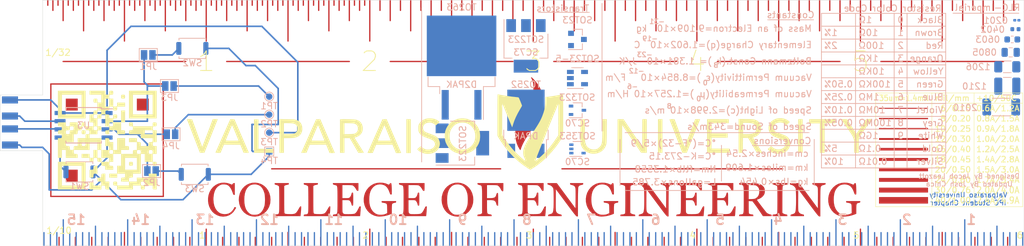
<source format=kicad_pcb>
(kicad_pcb (version 20171130) (host pcbnew "(5.1.5)-3")
  (layers (0 F.Cu signal hide) (31 B.Cu signal) (34 B.Paste user) (35 F.Paste user hide) (36 B.SilkS user) (37 F.SilkS user hide) (38 B.Mask user) (39 F.Mask user hide) (44 Edge.Cuts user))
  (net 0 "")
  (net 1 GND)
  (net 2 +5V)
  (net 3 /D-)
  (net 4 /D+)
  (net 5 "Net-(SW1-Pad1)")
  (net 6 /PB4)
  (net 7 /PB3)
  (net 8 "Net-(JP1-Pad2)")
  (net 9 "Net-(JP2-Pad2)")
  (net 10 "Net-(JP3-Pad2)")
  (net 11 "Net-(JP4-Pad2)")
  (module TestPoint:TestPoint_Pad_1.0x1.0mm (layer B.Cu) (at 85.979 86.995)
    (fp_text reference TP4 (at 0 1.448) (layer B.SilkS) (effects (justify mirror)))
    (fp_text value LCD_GND)
    (pad 1 smd rect (at 0 0) (size 1 1) (layers B.Cu B.Mask) (net 1 GND))
  )
  (module TestPoint:TestPoint_Pad_D1.0mm (layer B.Cu) (at 85.979 84.074)
    (fp_text reference TP3 (at 0 1.448) (layer B.SilkS) (effects (justify mirror)))
    (fp_text value LCD_VCC)
    (pad 1 smd circle (at 0 0) (size 1 1) (layers B.Cu B.Mask) (net 2 +5V))
  )
  (module TestPoint:TestPoint_Pad_D1.0mm (layer B.Cu) (at 85.979 81.28)
    (fp_text reference TP2 (at 0 1.448) (layer B.SilkS) (effects (justify mirror)))
    (fp_text value LCD_CLK)
    (pad 1 smd circle (at 0 0) (size 1 1) (layers B.Cu B.Mask) (net 11 "Net-(JP4-Pad2)"))
  )
  (module TestPoint:TestPoint_Pad_D1.0mm (layer B.Cu) (at 85.979 78.486)
    (fp_text reference TP1 (at 0 1.448) (layer B.SilkS) (effects (justify mirror)))
    (fp_text value LCD_DAT)
    (pad 1 smd circle (at 0 0) (size 1 1) (layers B.Cu B.Mask) (net 10 "Net-(JP3-Pad2)"))
  )
  (module Jumper:SolderJumper-2_P1.3mm_Open_Pad1.0x1.5mm (layer B.Cu) (at 70.724 84.328)
    (fp_text reference JP4 (at 0 1.8) (layer B.SilkS) (effects (justify mirror)))
    (fp_text value SolderJumper_2_Open)
    (pad 1 smd rect (at -0.65 0) (size 1 1.5) (layers B.Cu B.Mask) (net 6 /PB4))
    (pad 2 smd rect (at 0.65 0) (size 1 1.5) (layers B.Cu B.Mask) (net 11 "Net-(JP4-Pad2)"))
  )
  (module Jumper:SolderJumper-2_P1.3mm_Open_Pad1.0x1.5mm (layer B.Cu) (at 70.485 76.835)
    (fp_text reference JP3 (at 0 1.8) (layer B.SilkS) (effects (justify mirror)))
    (fp_text value SolderJumper_2_Open)
    (pad 1 smd rect (at -0.65 0) (size 1 1.5) (layers B.Cu B.Mask) (net 7 /PB3))
    (pad 2 smd rect (at 0.65 0) (size 1 1.5) (layers B.Cu B.Mask) (net 10 "Net-(JP3-Pad2)"))
  )
  (module Jumper:SolderJumper-2_P1.3mm_Open_Pad1.0x1.5mm (layer B.Cu) (at 67.706 90.043)
    (fp_text reference JP2 (at 0 1.8) (layer B.SilkS) (effects (justify mirror)))
    (fp_text value SolderJumper_2_Open)
    (pad 1 smd rect (at -0.65 0) (size 1 1.5) (layers B.Cu B.Mask) (net 6 /PB4))
    (pad 2 smd rect (at 0.65 0) (size 1 1.5) (layers B.Cu B.Mask) (net 9 "Net-(JP2-Pad2)"))
  )
  (module Jumper:SolderJumper-2_P1.3mm_Open_Pad1.0x1.5mm (layer B.Cu) (at 67.198 72.009)
    (fp_text reference JP1 (at 0 1.8) (layer B.SilkS) (effects (justify mirror)))
    (fp_text value SolderJumper_2_Open)
    (pad 1 smd rect (at -0.65 0) (size 1 1.5) (layers B.Cu B.Mask) (net 7 /PB3))
    (pad 2 smd rect (at 0.65 0) (size 1 1.5) (layers B.Cu B.Mask) (net 8 "Net-(JP1-Pad2)"))
  )
  (module Button_Switch_SMD:SW_Push_SPST_NO_Alps_SKRK (layer B.Cu) (at 74.422 90.551)
    (fp_text reference SW3 (at 0 2.25) (layer B.SilkS) (effects (justify mirror)))
    (fp_text value SW_Push)
    (pad 1 smd roundrect (at -2.1 0) (size 0.8 2) (layers B.Cu B.Paste B.Mask) (net 9 "Net-(JP2-Pad2)"))
    (pad 2 smd roundrect (at 2.1 0) (size 0.8 2) (layers B.Cu B.Paste B.Mask) (net 1 GND))
  )
  (module Button_Switch_SMD:SW_Push_SPST_NO_Alps_SKRK (layer B.Cu) (at 74.041 70.993)
    (fp_text reference SW2 (at 0 2.25) (layer B.SilkS) (effects (justify mirror)))
    (fp_text value SW_Push)
    (pad 1 smd roundrect (at -2.1 0) (size 0.8 2) (layers B.Cu B.Paste B.Mask) (net 8 "Net-(JP1-Pad2)"))
    (pad 2 smd roundrect (at 2.1 0) (size 0.8 2) (layers B.Cu B.Paste B.Mask) (net 1 GND))
  )
  (module Button_Switch_SMD:SW_Push_SPST_NO_Alps_SKRK (layer B.Cu) (at 56.515 90.17)
    (fp_text reference SW1 (at 0 2.25) (layer B.SilkS) (effects (justify mirror)))
    (fp_text value SW_Push)
    (pad 1 smd roundrect (at -2.1 0) (size 0.8 2) (layers B.Cu B.Paste B.Mask) (net 5 "Net-(SW1-Pad1)"))
    (pad 2 smd roundrect (at 2.1 0) (size 0.8 2) (layers B.Cu B.Paste B.Mask) (net 1 GND))
  )
  (module Package_SO:SOIJ-8_5.3x5.3mm_P1.27mm (layer B.Cu) (at 57.15 82.931 180)
    (fp_text reference U3 (at 0 0) (layer B.SilkS) (effects (justify mirror)))
    (fp_text value ATtiny85-20SU)
    (pad 8 smd rect (at 3.65 1.905 180) (size 1.7 0.65) (layers B.Cu B.Paste B.Mask) (net 2 +5V))
    (pad 7 smd rect (at 3.65 0.635 180) (size 1.7 0.65) (layers B.Cu B.Paste B.Mask) (net 4 /D+))
    (pad 6 smd rect (at 3.65 -0.635 180) (size 1.7 0.65) (layers B.Cu B.Paste B.Mask) (net 3 /D-))
    (pad 5 smd rect (at 3.65 -1.905 180) (size 1.7 0.65) (layers B.Cu B.Paste B.Mask) (net 5 "Net-(SW1-Pad1)"))
    (pad 4 smd rect (at -3.65 -1.905 180) (size 1.7 0.65) (layers B.Cu B.Paste B.Mask) (net 1 GND))
    (pad 3 smd rect (at -3.65 -0.635 180) (size 1.7 0.65) (layers B.Cu B.Paste B.Mask) (net 6 /PB4))
    (pad 2 smd rect (at -3.65 0.635 180) (size 1.7 0.65) (layers B.Cu B.Paste B.Mask) (net 7 /PB3))
    (pad 1 smd rect (at -3.65 1.905 180) (size 1.7 0.65) (layers B.Cu B.Paste B.Mask) (net 2 +5V))
  )
  (module Valpo-PCB-Ruler-FP:USB_Board (layer B.Cu) (at 46.99 82.804 270)
    (fp_text reference U2 hide)
    (fp_text value USB_Board)
    (pad 4 connect rect (at 3.19 1.27 270) (size 1.1 2.5) (layers B.Cu B.Mask) (net 1 GND))
    (pad 3 connect rect (at 0.69 1.27 270) (size 1.1 2.5) (layers B.Cu B.Mask) (net 3 /D-))
    (pad 2 connect rect (at -1.31 1.27 270) (size 1.1 2.5) (layers B.Cu B.Mask) (net 4 /D+))
    (pad 1 connect rect (at -3.81 1.27 270) (size 1.1 2.5) (layers B.Cu B.Mask) (net 2 +5V))
  )
  (module Valpo-PCB-Ruler-FP:QR_Dots_FP (layer F.Cu) (at 60.70125 85.27875)
    (fp_text reference G*** hide)
    (fp_text value LOGO hide)
    (fp_poly (pts (xy -4.466897 6.393793) (xy -6.306207 6.393793) (xy -6.306207 4.554482) (xy -4.466897 4.554482) (xy -4.466897 6.393793)) (layer F.Cu) (width 0.01))
    (fp_poly (pts (xy -4.466897 -4.642069) (xy -6.306207 -4.642069) (xy -6.306207 -6.48138) (xy -4.466897 -6.48138) (xy -4.466897 -4.642069)) (layer F.Cu) (width 0.01))
    (fp_poly (pts (xy 6.568966 -4.642069) (xy 4.729655 -4.642069) (xy 4.729655 -6.48138) (xy 6.568966 -6.48138) (xy 6.568966 -4.642069)) (layer F.Cu) (width 0.01))
  )
  (module Valpo-PCB-Ruler-FP:QR_Base_FP (layer F.Cu) (at 60.70125 85.27875)
    (fp_text reference G*** hide)
    (fp_text value LOGO hide)
  )
  (module Valpo-PCB-Ruler-FP:QR_Dots_FP (layer F.Cu) (at 60.70125 85.27875)
    (fp_text reference G*** hide)
    (fp_text value LOGO hide)
  )
  (module Package_TO_SOT_SMD:SOT-223 (layer B.Cu) (at 115.9805 85.71)
    (fp_text reference SOT223 (at 0.0635 0.0635 90) (layer B.SilkS) (effects (justify mirror)))
    (fp_text value SOT-223)
    (pad 1 smd rect (at -3.15 2.3) (size 2 1.5) (layers B.Cu B.Paste B.Mask))
    (pad 3 smd rect (at -3.15 -2.3) (size 2 1.5) (layers B.Cu B.Paste B.Mask))
    (pad 2 smd rect (at -3.15 0) (size 2 1.5) (layers B.Cu B.Paste B.Mask))
    (pad 4 smd rect (at 3.15 0) (size 2 3.8) (layers B.Cu B.Paste B.Mask))
  )
  (module Valpo-PCB-Ruler-FP:COE_FP (layer F.Cu) (at 126.965 94.6)
    (fp_text reference G*** hide)
    (fp_text value LOGO hide)
    (fp_poly (pts (xy -47.461537 -2.691854) (xy -47.089281 -2.571919) (xy -46.7614 -2.439013) (xy -46.668263 -2.565707) (xy -46.554184 -2.664001) (xy -46.452363 -2.692401) (xy -46.3296 -2.6924) (xy -46.3296 -0.8636) (xy -46.444938 -0.8636) (xy -46.508266 -0.876616) (xy -46.559406 -0.9287) (xy -46.610448 -1.03941) (xy -46.673479 -1.228303) (xy -46.676628 -1.238431) (xy -46.821809 -1.614601) (xy -47.004133 -1.940562) (xy -47.211447 -2.196948) (xy -47.35324 -2.316695) (xy -47.481725 -2.395582) (xy -47.609051 -2.443221) (xy -47.771185 -2.469334) (xy -47.964646 -2.481929) (xy -48.184559 -2.487021) (xy -48.343802 -2.473722) (xy -48.482658 -2.435101) (xy -48.637545 -2.366116) (xy -48.96673 -2.150028) (xy -49.231457 -1.855443) (xy -49.431698 -1.482419) (xy -49.567426 -1.031017) (xy -49.638612 -0.501296) (xy -49.650237 -0.1778) (xy -49.617054 0.357773) (xy -49.512794 0.835111) (xy -49.340103 1.248962) (xy -49.101628 1.59407) (xy -48.800018 1.865183) (xy -48.547746 2.010458) (xy -48.265867 2.098606) (xy -47.936778 2.13418) (xy -47.601063 2.115741) (xy -47.332068 2.053584) (xy -47.055925 1.913351) (xy -46.795465 1.696134) (xy -46.577348 1.425956) (xy -46.510606 1.313454) (xy -46.4316 1.16721) (xy -46.373535 1.061977) (xy -46.351569 1.024584) (xy -46.302857 1.03235) (xy -46.230649 1.065382) (xy -46.122997 1.122996) (xy -46.264399 1.382885) (xy -46.532106 1.776434) (xy -46.859509 2.090647) (xy -47.237808 2.321227) (xy -47.658207 2.463875) (xy -48.111907 2.514293) (xy -48.514 2.481947) (xy -48.714769 2.433571) (xy -48.946535 2.355889) (xy -49.111334 2.287172) (xy -49.499805 2.052495) (xy -49.826608 1.748341) (xy -50.090141 1.387176) (xy -50.288802 0.981467) (xy -50.42099 0.54368) (xy -50.485104 0.086279) (xy -50.47954 -0.378268) (xy -50.402699 -0.837495) (xy -50.252978 -1.278938) (xy -50.028776 -1.690129) (xy -49.72849 -2.058603) (xy -49.676273 -2.109909) (xy -49.294636 -2.40664) (xy -48.870606 -2.615296) (xy -48.41592 -2.733782) (xy -47.942318 -2.76) (xy -47.461537 -2.691854)) (layer F.Cu) (width 0.01))
    (fp_poly (pts (xy -42.669999 -2.69157) (xy -42.209714 -2.527405) (xy -42.173397 -2.509971) (xy -41.771477 -2.258566) (xy -41.431 -1.934049) (xy -41.156933 -1.547763) (xy -40.954237 -1.11105) (xy -40.827878 -0.635251) (xy -40.782819 -0.13171) (xy -40.824024 0.388232) (xy -40.848127 0.518199) (xy -40.991869 0.981444) (xy -41.215444 1.398545) (xy -41.507744 1.761583) (xy -41.857665 2.06264) (xy -42.254099 2.293798) (xy -42.685942 2.447138) (xy -43.142087 2.514742) (xy -43.611428 2.488692) (xy -43.6118 2.488633) (xy -44.093965 2.363096) (xy -44.525315 2.152349) (xy -44.89978 1.862397) (xy -45.211289 1.499248) (xy -45.453771 1.068906) (xy -45.621157 0.577378) (xy -45.643845 0.478151) (xy -45.708 -0.061391) (xy -45.705343 -0.1016) (xy -44.854768 -0.1016) (xy -44.828177 0.452322) (xy -44.746618 0.926223) (xy -44.607813 1.326953) (xy -44.409482 1.661362) (xy -44.188007 1.902539) (xy -44.030366 2.029886) (xy -43.875924 2.131273) (xy -43.771451 2.179778) (xy -43.555081 2.218704) (xy -43.293581 2.231418) (xy -43.024833 2.219306) (xy -42.786718 2.183758) (xy -42.641464 2.138354) (xy -42.348119 1.950295) (xy -42.095291 1.674216) (xy -41.888142 1.317348) (xy -41.731834 0.886922) (xy -41.721838 0.85012) (xy -41.674256 0.590552) (xy -41.645587 0.263377) (xy -41.635728 -0.099206) (xy -41.644577 -0.465001) (xy -41.672031 -0.80181) (xy -41.717989 -1.077434) (xy -41.728094 -1.1176) (xy -41.884115 -1.567201) (xy -42.086437 -1.926762) (xy -42.336006 -2.19716) (xy -42.63377 -2.379271) (xy -42.980674 -2.473972) (xy -43.210575 -2.4892) (xy -43.537619 -2.469884) (xy -43.799904 -2.40497) (xy -44.027998 -2.28401) (xy -44.190566 -2.154239) (xy -44.438481 -1.87327) (xy -44.627035 -1.526898) (xy -44.758026 -1.109565) (xy -44.833254 -0.615713) (xy -44.854768 -0.1016) (xy -45.705343 -0.1016) (xy -45.672764 -0.594533) (xy -45.539373 -1.11112) (xy -45.41447 -1.405382) (xy -45.157039 -1.821604) (xy -44.834855 -2.167106) (xy -44.459842 -2.437823) (xy -44.043925 -2.629693) (xy -43.599029 -2.738649) (xy -43.137079 -2.76063) (xy -42.669999 -2.69157)) (layer F.Cu) (width 0.01))
    (fp_poly (pts (xy -23.387539 -2.741549) (xy -22.967724 -2.657785) (xy -22.719379 -2.565699) (xy -22.539881 -2.486112) (xy -22.428886 -2.450153) (xy -22.363152 -2.457804) (xy -22.319431 -2.509049) (xy -22.291957 -2.5654) (xy -22.203184 -2.669778) (xy -22.122776 -2.6924) (xy -22.067444 -2.684539) (xy -22.031436 -2.64752) (xy -22.007833 -2.561196) (xy -21.989714 -2.405416) (xy -21.978834 -2.2733) (xy -21.963124 -2.013806) (xy -21.951467 -1.711641) (xy -21.946048 -1.425714) (xy -21.945905 -1.3843) (xy -21.946796 -1.164255) (xy -21.953168 -1.026528) (xy -21.970053 -0.951839) (xy -22.002483 -0.920907) (xy -22.055487 -0.914451) (xy -22.068518 -0.9144) (xy -22.145989 -0.929831) (xy -22.203402 -0.991412) (xy -22.258839 -1.122082) (xy -22.278742 -1.1811) (xy -22.448036 -1.613947) (xy -22.644966 -1.953131) (xy -22.876065 -2.204373) (xy -23.147863 -2.373393) (xy -23.466893 -2.465913) (xy -23.771675 -2.488704) (xy -24.137852 -2.455974) (xy -24.446796 -2.351684) (xy -24.722639 -2.165122) (xy -24.903 -1.986487) (xy -25.115238 -1.702498) (xy -25.272099 -1.378055) (xy -25.377581 -0.999429) (xy -25.435681 -0.552892) (xy -25.4508 -0.10534) (xy -25.418429 0.440638) (xy -25.319913 0.913589) (xy -25.153149 1.31936) (xy -24.916035 1.663799) (xy -24.755185 1.828932) (xy -24.499236 2.028626) (xy -24.236247 2.155621) (xy -23.9387 2.219048) (xy -23.57908 2.228038) (xy -23.555472 2.22707) (xy -23.272393 2.202676) (xy -23.052674 2.153165) (xy -22.896701 2.089772) (xy -22.654001 1.970781) (xy -22.668101 1.282875) (xy -22.674507 1.006186) (xy -22.682661 0.812821) (xy -22.695917 0.684516) (xy -22.717626 0.603007) (xy -22.751142 0.55003) (xy -22.799818 0.507322) (xy -22.812189 0.498016) (xy -22.943169 0.434884) (xy -23.129016 0.386138) (xy -23.231289 0.371224) (xy -23.395502 0.350132) (xy -23.482323 0.322089) (xy -23.515809 0.274634) (xy -23.5204 0.221492) (xy -23.5204 0.1016) (xy -21.2852 0.1016) (xy -21.2852 0.2286) (xy -21.306769 0.325869) (xy -21.388874 0.355307) (xy -21.40462 0.3556) (xy -21.580964 0.380032) (xy -21.749257 0.442402) (xy -21.870262 0.526319) (xy -21.895873 0.560803) (xy -21.914016 0.64385) (xy -21.929195 0.806967) (xy -21.940075 1.028636) (xy -21.945322 1.28734) (xy -21.9456 1.362858) (xy -21.9456 2.071995) (xy -22.2631 2.198578) (xy -22.674233 2.335554) (xy -23.114302 2.435423) (xy -23.551832 2.493484) (xy -23.955346 2.505037) (xy -24.183962 2.485455) (xy -24.656078 2.368886) (xy -25.081167 2.168806) (xy -25.453141 1.89469) (xy -25.765916 1.556014) (xy -26.013404 1.162252) (xy -26.189518 0.722881) (xy -26.288173 0.247375) (xy -26.303281 -0.25479) (xy -26.241332 -0.717398) (xy -26.093223 -1.187193) (xy -25.861647 -1.619296) (xy -25.557899 -2.000063) (xy -25.193276 -2.315853) (xy -24.779072 -2.553025) (xy -24.690829 -2.590001) (xy -24.279019 -2.708026) (xy -23.834613 -2.758419) (xy -23.387539 -2.741549)) (layer F.Cu) (width 0.01))
    (fp_poly (pts (xy -11.173999 -2.69157) (xy -10.713714 -2.527405) (xy -10.677397 -2.509971) (xy -10.275477 -2.258566) (xy -9.935 -1.934049) (xy -9.660933 -1.547763) (xy -9.458237 -1.11105) (xy -9.331878 -0.635251) (xy -9.286819 -0.13171) (xy -9.328024 0.388232) (xy -9.352127 0.518199) (xy -9.495869 0.981444) (xy -9.719444 1.398545) (xy -10.011744 1.761583) (xy -10.361665 2.06264) (xy -10.758099 2.293798) (xy -11.189942 2.447138) (xy -11.646087 2.514742) (xy -12.115428 2.488692) (xy -12.1158 2.488633) (xy -12.597965 2.363096) (xy -13.029315 2.152349) (xy -13.40378 1.862397) (xy -13.715289 1.499248) (xy -13.957771 1.068906) (xy -14.125157 0.577378) (xy -14.147845 0.478151) (xy -14.212 -0.061391) (xy -14.209343 -0.1016) (xy -13.358768 -0.1016) (xy -13.332177 0.452322) (xy -13.250618 0.926223) (xy -13.111813 1.326953) (xy -12.913482 1.661362) (xy -12.692007 1.902539) (xy -12.534366 2.029886) (xy -12.379924 2.131273) (xy -12.275451 2.179778) (xy -12.059081 2.218704) (xy -11.797581 2.231418) (xy -11.528833 2.219306) (xy -11.290718 2.183758) (xy -11.145464 2.138354) (xy -10.852119 1.950295) (xy -10.599291 1.674216) (xy -10.392142 1.317348) (xy -10.235834 0.886922) (xy -10.225838 0.85012) (xy -10.178256 0.590552) (xy -10.149587 0.263377) (xy -10.139728 -0.099206) (xy -10.148577 -0.465001) (xy -10.176031 -0.80181) (xy -10.221989 -1.077434) (xy -10.232094 -1.1176) (xy -10.388115 -1.567201) (xy -10.590437 -1.926762) (xy -10.840006 -2.19716) (xy -11.13777 -2.379271) (xy -11.484674 -2.473972) (xy -11.714575 -2.4892) (xy -12.041619 -2.469884) (xy -12.303904 -2.40497) (xy -12.531998 -2.28401) (xy -12.694566 -2.154239) (xy -12.942481 -1.87327) (xy -13.131035 -1.526898) (xy -13.262026 -1.109565) (xy -13.337254 -0.615713) (xy -13.358768 -0.1016) (xy -14.209343 -0.1016) (xy -14.176764 -0.594533) (xy -14.043373 -1.11112) (xy -13.91847 -1.405382) (xy -13.661039 -1.821604) (xy -13.338855 -2.167106) (xy -12.963842 -2.437823) (xy -12.547925 -2.629693) (xy -12.103029 -2.738649) (xy -11.641079 -2.76063) (xy -11.173999 -2.69157)) (layer F.Cu) (width 0.01))
    (fp_poly (pts (xy 11.105661 -2.741549) (xy 11.525476 -2.657785) (xy 11.773821 -2.565699) (xy 11.953319 -2.486112) (xy 12.064314 -2.450153) (xy 12.130048 -2.457804) (xy 12.173769 -2.509049) (xy 12.201243 -2.5654) (xy 12.290016 -2.669778) (xy 12.370424 -2.6924) (xy 12.425756 -2.684539) (xy 12.461764 -2.64752) (xy 12.485367 -2.561196) (xy 12.503486 -2.405416) (xy 12.514366 -2.2733) (xy 12.530076 -2.013806) (xy 12.541733 -1.711641) (xy 12.547152 -1.425714) (xy 12.547295 -1.3843) (xy 12.546404 -1.164255) (xy 12.540032 -1.026528) (xy 12.523147 -0.951839) (xy 12.490717 -0.920907) (xy 12.437713 -0.914451) (xy 12.424682 -0.9144) (xy 12.347211 -0.929831) (xy 12.289798 -0.991412) (xy 12.234361 -1.122082) (xy 12.214458 -1.1811) (xy 12.045164 -1.613947) (xy 11.848234 -1.953131) (xy 11.617135 -2.204373) (xy 11.345337 -2.373393) (xy 11.026307 -2.465913) (xy 10.721525 -2.488704) (xy 10.355348 -2.455974) (xy 10.046404 -2.351684) (xy 9.770561 -2.165122) (xy 9.5902 -1.986487) (xy 9.377962 -1.702498) (xy 9.221101 -1.378055) (xy 9.115619 -0.999429) (xy 9.057519 -0.552892) (xy 9.0424 -0.10534) (xy 9.074771 0.440638) (xy 9.173287 0.913589) (xy 9.340051 1.31936) (xy 9.577165 1.663799) (xy 9.738015 1.828932) (xy 9.993964 2.028626) (xy 10.256953 2.155621) (xy 10.5545 2.219048) (xy 10.91412 2.228038) (xy 10.937728 2.22707) (xy 11.220807 2.202676) (xy 11.440526 2.153165) (xy 11.596499 2.089772) (xy 11.839199 1.970781) (xy 11.825099 1.282875) (xy 11.818693 1.006186) (xy 11.810539 0.812821) (xy 11.797283 0.684516) (xy 11.775574 0.603007) (xy 11.742058 0.55003) (xy 11.693382 0.507322) (xy 11.681011 0.498016) (xy 11.550031 0.434884) (xy 11.364184 0.386138) (xy 11.261911 0.371224) (xy 11.097698 0.350132) (xy 11.010877 0.322089) (xy 10.977391 0.274634) (xy 10.9728 0.221492) (xy 10.9728 0.1016) (xy 13.208 0.1016) (xy 13.208 0.2286) (xy 13.186431 0.325869) (xy 13.104326 0.355307) (xy 13.08858 0.3556) (xy 12.912236 0.380032) (xy 12.743943 0.442402) (xy 12.622938 0.526319) (xy 12.597327 0.560803) (xy 12.579184 0.64385) (xy 12.564005 0.806967) (xy 12.553125 1.028636) (xy 12.547878 1.28734) (xy 12.5476 1.362858) (xy 12.5476 2.071995) (xy 12.2301 2.198578) (xy 11.818967 2.335554) (xy 11.378898 2.435423) (xy 10.941368 2.493484) (xy 10.537854 2.505037) (xy 10.309238 2.485455) (xy 9.837122 2.368886) (xy 9.412033 2.168806) (xy 9.040059 1.89469) (xy 8.727284 1.556014) (xy 8.479796 1.162252) (xy 8.303682 0.722881) (xy 8.205027 0.247375) (xy 8.189919 -0.25479) (xy 8.251868 -0.717398) (xy 8.399977 -1.187193) (xy 8.631553 -1.619296) (xy 8.935301 -2.000063) (xy 9.299924 -2.315853) (xy 9.714128 -2.553025) (xy 9.802371 -2.590001) (xy 10.214181 -2.708026) (xy 10.658587 -2.758419) (xy 11.105661 -2.741549)) (layer F.Cu) (width 0.01))
    (fp_poly (pts (xy 48.748461 -2.741549) (xy 49.168276 -2.657785) (xy 49.416621 -2.565699) (xy 49.596119 -2.486112) (xy 49.707114 -2.450153) (xy 49.772848 -2.457804) (xy 49.816569 -2.509049) (xy 49.844043 -2.5654) (xy 49.932816 -2.669778) (xy 50.013224 -2.6924) (xy 50.068556 -2.684539) (xy 50.104564 -2.64752) (xy 50.128167 -2.561196) (xy 50.146286 -2.405416) (xy 50.157166 -2.2733) (xy 50.172876 -2.013806) (xy 50.184533 -1.711641) (xy 50.189952 -1.425714) (xy 50.190095 -1.3843) (xy 50.189204 -1.164255) (xy 50.182832 -1.026528) (xy 50.165947 -0.951839) (xy 50.133517 -0.920907) (xy 50.080513 -0.914451) (xy 50.067482 -0.9144) (xy 49.990011 -0.929831) (xy 49.932598 -0.991412) (xy 49.877161 -1.122082) (xy 49.857258 -1.1811) (xy 49.687964 -1.613947) (xy 49.491034 -1.953131) (xy 49.259935 -2.204373) (xy 48.988137 -2.373393) (xy 48.669107 -2.465913) (xy 48.364325 -2.488704) (xy 47.998148 -2.455974) (xy 47.689204 -2.351684) (xy 47.413361 -2.165122) (xy 47.233 -1.986487) (xy 47.020762 -1.702498) (xy 46.863901 -1.378055) (xy 46.758419 -0.999429) (xy 46.700319 -0.552892) (xy 46.6852 -0.10534) (xy 46.717571 0.440638) (xy 46.816087 0.913589) (xy 46.982851 1.31936) (xy 47.219965 1.663799) (xy 47.380815 1.828932) (xy 47.636764 2.028626) (xy 47.899753 2.155621) (xy 48.1973 2.219048) (xy 48.55692 2.228038) (xy 48.580528 2.22707) (xy 48.863607 2.202676) (xy 49.083326 2.153165) (xy 49.239299 2.089772) (xy 49.481999 1.970781) (xy 49.467899 1.282875) (xy 49.461493 1.006186) (xy 49.453339 0.812821) (xy 49.440083 0.684516) (xy 49.418374 0.603007) (xy 49.384858 0.55003) (xy 49.336182 0.507322) (xy 49.323811 0.498016) (xy 49.192831 0.434884) (xy 49.006984 0.386138) (xy 48.904711 0.371224) (xy 48.740498 0.350132) (xy 48.653677 0.322089) (xy 48.620191 0.274634) (xy 48.6156 0.221492) (xy 48.6156 0.1016) (xy 50.8 0.1016) (xy 50.8 0.222107) (xy 50.783658 0.303455) (xy 50.71651 0.348967) (xy 50.596085 0.375221) (xy 50.450172 0.405325) (xy 50.344016 0.451876) (xy 50.271358 0.529771) (xy 50.22594 0.653905) (xy 50.201503 0.839174) (xy 50.19179 1.100473) (xy 50.1904 1.340797) (xy 50.1904 2.071995) (xy 49.8729 2.198578) (xy 49.461767 2.335554) (xy 49.021698 2.435423) (xy 48.584168 2.493484) (xy 48.180654 2.505037) (xy 47.952038 2.485455) (xy 47.479922 2.368886) (xy 47.054833 2.168806) (xy 46.682859 1.89469) (xy 46.370084 1.556014) (xy 46.122596 1.162252) (xy 45.946482 0.722881) (xy 45.847827 0.247375) (xy 45.832719 -0.25479) (xy 45.894668 -0.717398) (xy 46.042777 -1.187193) (xy 46.274353 -1.619296) (xy 46.578101 -2.000063) (xy 46.942724 -2.315853) (xy 47.356928 -2.553025) (xy 47.445171 -2.590001) (xy 47.856981 -2.708026) (xy 48.301387 -2.758419) (xy 48.748461 -2.741549)) (layer F.Cu) (width 0.01))
    (fp_poly (pts (xy 7.7724 -2.571893) (xy 7.756488 -2.491316) (xy 7.690748 -2.445852) (xy 7.563867 -2.41804) (xy 7.307388 -2.35384) (xy 7.134928 -2.252031) (xy 7.032968 -2.103447) (xy 7.013048 -2.044619) (xy 6.999368 -1.942547) (xy 6.987483 -1.745161) (xy 6.977534 -1.458733) (xy 6.969664 -1.089536) (xy 6.964012 -0.64384) (xy 6.960721 -0.12792) (xy 6.959883 0.3175) (xy 6.9596 2.4892) (xy 6.817604 2.4892) (xy 6.781285 2.483085) (xy 6.737732 2.460453) (xy 6.681716 2.414868) (xy 6.608012 2.339894) (xy 6.511393 2.229097) (xy 6.386632 2.076041) (xy 6.228504 1.874293) (xy 6.03178 1.617416) (xy 5.791235 1.298976) (xy 5.501642 0.912538) (xy 5.157775 0.451667) (xy 5.103104 0.378286) (xy 3.5306 -1.732627) (xy 3.517204 -0.11044) (xy 3.514318 0.388883) (xy 3.51488 0.795201) (xy 3.519129 1.117057) (xy 3.527305 1.362995) (xy 3.539645 1.541559) (xy 3.55639 1.661294) (xy 3.568004 1.706517) (xy 3.686111 1.908913) (xy 3.882773 2.061513) (xy 4.142552 2.153091) (xy 4.194721 2.162213) (xy 4.335851 2.190996) (xy 4.401955 2.233277) (xy 4.419497 2.307291) (xy 4.4196 2.317168) (xy 4.4196 2.4384) (xy 2.3368 2.4384) (xy 2.3368 2.323421) (xy 2.352401 2.251562) (xy 2.414866 2.201939) (xy 2.547689 2.158813) (xy 2.602681 2.145285) (xy 2.800162 2.087301) (xy 2.94108 2.010563) (xy 3.037008 1.897261) (xy 3.099518 1.729581) (xy 3.140185 1.489712) (xy 3.16036 1.286956) (xy 3.173153 1.075544) (xy 3.183207 0.785244) (xy 3.190139 0.438743) (xy 3.193563 0.058727) (xy 3.193095 -0.332118) (xy 3.191171 -0.5334) (xy 3.185602 -0.929099) (xy 3.17946 -1.236671) (xy 3.171624 -1.46959) (xy 3.160972 -1.641326) (xy 3.146383 -1.765353) (xy 3.126735 -1.855143) (xy 3.100906 -1.924168) (xy 3.070653 -1.981028) (xy 2.890671 -2.195463) (xy 2.650608 -2.351671) (xy 2.429718 -2.420281) (xy 2.300199 -2.451708) (xy 2.244747 -2.504094) (xy 2.2352 -2.571893) (xy 2.2352 -2.6924) (xy 2.9591 -2.689409) (xy 3.683 -2.686417) (xy 5.1308 -0.72984) (xy 6.5786 1.226736) (xy 6.593621 -0.212132) (xy 6.596441 -0.596655) (xy 6.59685 -0.958507) (xy 6.595005 -1.282146) (xy 6.591062 -1.552025) (xy 6.585178 -1.752603) (xy 6.577511 -1.868333) (xy 6.576852 -1.873279) (xy 6.512805 -2.088333) (xy 6.383615 -2.242978) (xy 6.17679 -2.348968) (xy 6.027468 -2.390325) (xy 5.863327 -2.432438) (xy 5.776486 -2.474417) (xy 5.743748 -2.531063) (xy 5.7404 -2.573484) (xy 5.7404 -2.6924) (xy 7.7724 -2.6924) (xy 7.7724 -2.571893)) (layer F.Cu) (width 0.01))
    (fp_poly (pts (xy 21.844 -2.571893) (xy 21.828088 -2.491316) (xy 21.762348 -2.445852) (xy 21.635467 -2.41804) (xy 21.378988 -2.35384) (xy 21.206528 -2.252031) (xy 21.104568 -2.103447) (xy 21.084648 -2.044619) (xy 21.070968 -1.942547) (xy 21.059083 -1.745161) (xy 21.049134 -1.458733) (xy 21.041264 -1.089536) (xy 21.035612 -0.64384) (xy 21.032321 -0.12792) (xy 21.031483 0.3175) (xy 21.0312 2.4892) (xy 20.889204 2.4892) (xy 20.852885 2.483085) (xy 20.809332 2.460453) (xy 20.753316 2.414868) (xy 20.679612 2.339894) (xy 20.582993 2.229097) (xy 20.458232 2.076041) (xy 20.300104 1.874293) (xy 20.10338 1.617416) (xy 19.862835 1.298976) (xy 19.573242 0.912538) (xy 19.229375 0.451667) (xy 19.174704 0.378286) (xy 17.6022 -1.732627) (xy 17.588804 -0.11044) (xy 17.585918 0.388883) (xy 17.58648 0.795201) (xy 17.590729 1.117057) (xy 17.598905 1.362995) (xy 17.611245 1.541559) (xy 17.62799 1.661294) (xy 17.639604 1.706517) (xy 17.757711 1.908913) (xy 17.954373 2.061513) (xy 18.214152 2.153091) (xy 18.266321 2.162213) (xy 18.407451 2.190996) (xy 18.473555 2.233277) (xy 18.491097 2.307291) (xy 18.4912 2.317168) (xy 18.4912 2.4384) (xy 16.4084 2.4384) (xy 16.4084 2.323421) (xy 16.424001 2.251562) (xy 16.486466 2.201939) (xy 16.619289 2.158813) (xy 16.674281 2.145285) (xy 16.871762 2.087301) (xy 17.01268 2.010563) (xy 17.108608 1.897261) (xy 17.171118 1.729581) (xy 17.211785 1.489712) (xy 17.23196 1.286956) (xy 17.244753 1.075544) (xy 17.254807 0.785244) (xy 17.261739 0.438743) (xy 17.265163 0.058727) (xy 17.264695 -0.332118) (xy 17.262771 -0.5334) (xy 17.257202 -0.929099) (xy 17.25106 -1.236671) (xy 17.243224 -1.46959) (xy 17.232572 -1.641326) (xy 17.217983 -1.765353) (xy 17.198335 -1.855143) (xy 17.172506 -1.924168) (xy 17.142253 -1.981028) (xy 16.962271 -2.195463) (xy 16.722208 -2.351671) (xy 16.501318 -2.420281) (xy 16.371799 -2.451708) (xy 16.316347 -2.504094) (xy 16.3068 -2.571893) (xy 16.3068 -2.6924) (xy 17.0307 -2.689409) (xy 17.7546 -2.686417) (xy 19.2024 -0.72984) (xy 20.6502 1.226736) (xy 20.665221 -0.212132) (xy 20.668041 -0.596655) (xy 20.66845 -0.958507) (xy 20.666605 -1.282146) (xy 20.662662 -1.552025) (xy 20.656778 -1.752603) (xy 20.649111 -1.868333) (xy 20.648452 -1.873279) (xy 20.584405 -2.088333) (xy 20.455215 -2.242978) (xy 20.24839 -2.348968) (xy 20.099068 -2.390325) (xy 19.934927 -2.432438) (xy 19.848086 -2.474417) (xy 19.815348 -2.531063) (xy 19.812 -2.573484) (xy 19.812 -2.6924) (xy 21.844 -2.6924) (xy 21.844 -2.571893)) (layer F.Cu) (width 0.01))
    (fp_poly (pts (xy 45.4152 -2.571893) (xy 45.399288 -2.491316) (xy 45.333548 -2.445852) (xy 45.206667 -2.41804) (xy 44.950188 -2.35384) (xy 44.777728 -2.252031) (xy 44.675768 -2.103447) (xy 44.655848 -2.044619) (xy 44.642168 -1.942547) (xy 44.630283 -1.745161) (xy 44.620334 -1.458733) (xy 44.612464 -1.089536) (xy 44.606812 -0.64384) (xy 44.603521 -0.12792) (xy 44.602683 0.3175) (xy 44.6024 2.4892) (xy 44.460404 2.4892) (xy 44.424085 2.483085) (xy 44.380532 2.460453) (xy 44.324516 2.414868) (xy 44.250812 2.339894) (xy 44.154193 2.229097) (xy 44.029432 2.076041) (xy 43.871304 1.874293) (xy 43.67458 1.617416) (xy 43.434035 1.298976) (xy 43.144442 0.912538) (xy 42.800575 0.451667) (xy 42.745904 0.378286) (xy 41.1734 -1.732627) (xy 41.160004 -0.11044) (xy 41.157118 0.388883) (xy 41.15768 0.795201) (xy 41.161929 1.117057) (xy 41.170105 1.362995) (xy 41.182445 1.541559) (xy 41.19919 1.661294) (xy 41.210804 1.706517) (xy 41.328911 1.908913) (xy 41.525573 2.061513) (xy 41.785352 2.153091) (xy 41.837521 2.162213) (xy 41.978651 2.190996) (xy 42.044755 2.233277) (xy 42.062297 2.307291) (xy 42.0624 2.317168) (xy 42.0624 2.4384) (xy 39.9796 2.4384) (xy 39.9796 2.323421) (xy 39.995201 2.251562) (xy 40.057666 2.201939) (xy 40.190489 2.158813) (xy 40.245481 2.145285) (xy 40.442962 2.087301) (xy 40.58388 2.010563) (xy 40.679808 1.897261) (xy 40.742318 1.729581) (xy 40.782985 1.489712) (xy 40.80316 1.286956) (xy 40.815953 1.075544) (xy 40.826007 0.785244) (xy 40.832939 0.438743) (xy 40.836363 0.058727) (xy 40.835895 -0.332118) (xy 40.833971 -0.5334) (xy 40.828402 -0.929099) (xy 40.82226 -1.236671) (xy 40.814424 -1.46959) (xy 40.803772 -1.641326) (xy 40.789183 -1.765353) (xy 40.769535 -1.855143) (xy 40.743706 -1.924168) (xy 40.713453 -1.981028) (xy 40.533471 -2.195463) (xy 40.293408 -2.351671) (xy 40.072518 -2.420281) (xy 39.942999 -2.451708) (xy 39.887547 -2.504094) (xy 39.878 -2.571893) (xy 39.878 -2.6924) (xy 40.6019 -2.689409) (xy 41.3258 -2.686417) (xy 42.7736 -0.72984) (xy 44.2214 1.226736) (xy 44.236421 -0.212132) (xy 44.239241 -0.596655) (xy 44.23965 -0.958507) (xy 44.237805 -1.282146) (xy 44.233862 -1.552025) (xy 44.227978 -1.752603) (xy 44.220311 -1.868333) (xy 44.219652 -1.873279) (xy 44.155605 -2.088333) (xy 44.026415 -2.242978) (xy 43.81959 -2.348968) (xy 43.670268 -2.390325) (xy 43.506127 -2.432438) (xy 43.419286 -2.474417) (xy 43.386548 -2.531063) (xy 43.3832 -2.573484) (xy 43.3832 -2.6924) (xy 45.4152 -2.6924) (xy 45.4152 -2.571893)) (layer F.Cu) (width 0.01))
    (fp_poly (pts (xy -37.9476 -2.572007) (xy -37.960794 -2.495483) (xy -38.018087 -2.453618) (xy -38.14605 -2.429379) (xy -38.175468 -2.42593) (xy -38.348147 -2.390816) (xy -38.498944 -2.334808) (xy -38.531068 -2.316552) (xy -38.6588 -2.232858) (xy -38.6588 -0.160939) (xy -38.658267 0.368629) (xy -38.656469 0.805483) (xy -38.653113 1.158504) (xy -38.647903 1.436572) (xy -38.640546 1.648568) (xy -38.630746 1.803375) (xy -38.618209 1.909872) (xy -38.602641 1.97694) (xy -38.586798 2.00959) (xy -38.544267 2.052407) (xy -38.477829 2.082041) (xy -38.368649 2.101698) (xy -38.197888 2.114584) (xy -37.94671 2.123904) (xy -37.90886 2.124974) (xy -37.561093 2.129174) (xy -37.296351 2.116561) (xy -37.09675 2.082146) (xy -36.944405 2.020939) (xy -36.821432 1.927949) (xy -36.709946 1.798185) (xy -36.702724 1.788431) (xy -36.58231 1.61028) (xy -36.450917 1.394293) (xy -36.360976 1.232087) (xy -36.245429 1.036068) (xy -36.151753 0.933472) (xy -36.100032 0.914587) (xy -36.058525 0.921114) (xy -36.033108 0.952678) (xy -36.021801 1.026954) (xy -36.022621 1.161621) (xy -36.033588 1.374354) (xy -36.038836 1.4605) (xy -36.055861 1.712074) (xy -36.074511 1.949753) (xy -36.092061 2.140387) (xy -36.101472 2.2225) (xy -36.130337 2.4384) (xy -40.132 2.4384) (xy -40.132 2.317863) (xy -40.121213 2.24588) (xy -40.072099 2.205168) (xy -39.959529 2.181817) (xy -39.86853 2.17201) (xy -39.760974 2.16227) (xy -39.672156 2.149621) (xy -39.600286 2.125038) (xy -39.543574 2.079499) (xy -39.500231 2.00398) (xy -39.468467 1.889458) (xy -39.446491 1.726909) (xy -39.432514 1.507312) (xy -39.424746 1.221641) (xy -39.421397 0.860874) (xy -39.420678 0.415988) (xy -39.4208 -0.085168) (xy -39.422047 -0.588268) (xy -39.425659 -1.037218) (xy -39.431445 -1.423863) (xy -39.439212 -1.740052) (xy -39.44877 -1.977631) (xy -39.459926 -2.128448) (xy -39.470118 -2.181631) (xy -39.551602 -2.259815) (xy -39.694181 -2.34027) (xy -39.859321 -2.405368) (xy -40.008485 -2.437482) (xy -40.031429 -2.438401) (xy -40.110446 -2.468702) (xy -40.132 -2.5654) (xy -40.132 -2.6924) (xy -37.9476 -2.6924) (xy -37.9476 -2.572007)) (layer F.Cu) (width 0.01))
    (fp_poly (pts (xy -33.4264 -2.572007) (xy -33.439594 -2.495483) (xy -33.496887 -2.453618) (xy -33.62485 -2.429379) (xy -33.654268 -2.42593) (xy -33.826947 -2.390816) (xy -33.977744 -2.334808) (xy -34.009868 -2.316552) (xy -34.1376 -2.232858) (xy -34.1376 -0.160939) (xy -34.137067 0.368629) (xy -34.135269 0.805483) (xy -34.131913 1.158504) (xy -34.126703 1.436572) (xy -34.119346 1.648568) (xy -34.109546 1.803375) (xy -34.097009 1.909872) (xy -34.081441 1.97694) (xy -34.065598 2.00959) (xy -34.023067 2.052407) (xy -33.956629 2.082041) (xy -33.847449 2.101698) (xy -33.676688 2.114584) (xy -33.42551 2.123904) (xy -33.38766 2.124974) (xy -33.039893 2.129174) (xy -32.775151 2.116561) (xy -32.57555 2.082146) (xy -32.423205 2.020939) (xy -32.300232 1.927949) (xy -32.188746 1.798185) (xy -32.181524 1.788431) (xy -32.06111 1.61028) (xy -31.929717 1.394293) (xy -31.839776 1.232087) (xy -31.724229 1.036068) (xy -31.630553 0.933472) (xy -31.578832 0.914587) (xy -31.537325 0.921114) (xy -31.511908 0.952678) (xy -31.500601 1.026954) (xy -31.501421 1.161621) (xy -31.512388 1.374354) (xy -31.517636 1.4605) (xy -31.534661 1.712074) (xy -31.553311 1.949753) (xy -31.570861 2.140387) (xy -31.580272 2.2225) (xy -31.609137 2.4384) (xy -35.6108 2.4384) (xy -35.6108 2.317863) (xy -35.600013 2.24588) (xy -35.550899 2.205168) (xy -35.438329 2.181817) (xy -35.34733 2.17201) (xy -35.239774 2.16227) (xy -35.150956 2.149621) (xy -35.079086 2.125038) (xy -35.022374 2.079499) (xy -34.979031 2.00398) (xy -34.947267 1.889458) (xy -34.925291 1.726909) (xy -34.911314 1.507312) (xy -34.903546 1.221641) (xy -34.900197 0.860874) (xy -34.899478 0.415988) (xy -34.8996 -0.085168) (xy -34.900847 -0.588268) (xy -34.904459 -1.037218) (xy -34.910245 -1.423863) (xy -34.918012 -1.740052) (xy -34.92757 -1.977631) (xy -34.938726 -2.128448) (xy -34.948918 -2.181631) (xy -35.030402 -2.259815) (xy -35.172981 -2.34027) (xy -35.338121 -2.405368) (xy -35.487285 -2.437482) (xy -35.510229 -2.438401) (xy -35.589246 -2.468702) (xy -35.6108 -2.5654) (xy -35.6108 -2.6924) (xy -33.4264 -2.6924) (xy -33.4264 -2.572007)) (layer F.Cu) (width 0.01))
    (fp_poly (pts (xy -27.1272 -2.0828) (xy -27.127847 -1.825963) (xy -27.131964 -1.653794) (xy -27.142818 -1.549364) (xy -27.163673 -1.495743) (xy -27.197797 -1.475999) (xy -27.244792 -1.4732) (xy -27.34449 -1.506218) (xy -27.429792 -1.617355) (xy -27.452385 -1.661938) (xy -27.581812 -1.886708) (xy -27.740031 -2.093188) (xy -27.902538 -2.251912) (xy -27.993758 -2.31293) (xy -28.088014 -2.345462) (xy -28.233571 -2.367841) (xy -28.445211 -2.381316) (xy -28.737717 -2.387136) (xy -28.877278 -2.387601) (xy -29.6164 -2.3876) (xy -29.6164 -0.3556) (xy -29.104493 -0.3556) (xy -28.870352 -0.35701) (xy -28.713809 -0.364748) (xy -28.610868 -0.384081) (xy -28.537534 -0.420274) (xy -28.469808 -0.478592) (xy -28.448676 -0.49951) (xy -28.342744 -0.643187) (xy -28.258184 -0.821554) (xy -28.243582 -0.86781) (xy -28.202592 -1.017612) (xy -28.17148 -1.13039) (xy -28.164393 -1.1557) (xy -28.105658 -1.207641) (xy -28.043195 -1.2192) (xy -28.008149 -1.2155) (xy -27.982092 -1.195666) (xy -27.963694 -1.146599) (xy -27.951623 -1.0552) (xy -27.94455 -0.90837) (xy -27.941144 -0.693009) (xy -27.940075 -0.396019) (xy -27.94 -0.2032) (xy -27.940376 0.141843) (xy -27.942391 0.398386) (xy -27.947375 0.579527) (xy -27.956658 0.698367) (xy -27.971571 0.768004) (xy -27.993445 0.801538) (xy -28.02361 0.812067) (xy -28.043195 0.8128) (xy -28.135282 0.785719) (xy -28.164393 0.7493) (xy -28.188079 0.663971) (xy -28.226494 0.523985) (xy -28.243582 0.461409) (xy -28.315886 0.285016) (xy -28.419602 0.125285) (xy -28.448676 0.093109) (xy -28.519115 0.027682) (xy -28.588474 -0.01415) (xy -28.680747 -0.037654) (xy -28.819932 -0.048096) (xy -29.030025 -0.05074) (xy -29.104493 -0.0508) (xy -29.6164 -0.0508) (xy -29.6164 0.916709) (xy -29.616056 1.252653) (xy -29.613867 1.502194) (xy -29.608097 1.680529) (xy -29.597012 1.802853) (xy -29.578877 1.884364) (xy -29.551957 1.940257) (xy -29.514517 1.98573) (xy -29.49171 2.008909) (xy -29.437401 2.058658) (xy -29.37873 2.093034) (xy -29.296945 2.114863) (xy -29.173297 2.126971) (xy -28.989035 2.132183) (xy -28.725407 2.133325) (xy -28.66621 2.133316) (xy -28.391499 2.129404) (xy -28.137103 2.118901) (xy -27.928544 2.103324) (xy -27.791345 2.084191) (xy -27.775885 2.0804) (xy -27.624708 2.005144) (xy -27.475591 1.859225) (xy -27.321473 1.633644) (xy -27.155293 1.319403) (xy -27.119257 1.243561) (xy -27.023102 1.056544) (xy -26.945176 0.951943) (xy -26.873998 0.915014) (xy -26.86286 0.9144) (xy -26.818862 0.919362) (xy -26.791153 0.945843) (xy -26.777623 1.011234) (xy -26.776162 1.132926) (xy -26.78466 1.328309) (xy -26.793531 1.4859) (xy -26.809615 1.738238) (xy -26.8272 1.972467) (xy -26.843871 2.158301) (xy -26.854349 2.2479) (xy -26.882131 2.4384) (xy -31.0896 2.4384) (xy -31.0896 2.318475) (xy -31.078387 2.24684) (xy -31.028174 2.205096) (xy -30.914099 2.179165) (xy -30.8229 2.167443) (xy -30.71618 2.155763) (xy -30.628034 2.141891) (xy -30.556692 2.116785) (xy -30.500381 2.071398) (xy -30.457329 1.996686) (xy -30.425766 1.883606) (xy -30.403917 1.723111) (xy -30.390013 1.506157) (xy -30.382281 1.223701) (xy -30.37895 0.866696) (xy -30.378247 0.426098) (xy -30.3784 -0.1016) (xy -30.378218 -0.630684) (xy -30.378868 -1.067456) (xy -30.382146 -1.421203) (xy -30.389848 -1.701209) (xy -30.403769 -1.916759) (xy -30.425704 -2.077138) (xy -30.457451 -2.191631) (xy -30.500804 -2.269523) (xy -30.557558 -2.320098) (xy -30.629511 -2.352642) (xy -30.718456 -2.376439) (xy -30.8229 -2.400003) (xy -30.980754 -2.443624) (xy -31.061433 -2.48926) (xy -31.088447 -2.55255) (xy -31.0896 -2.577422) (xy -31.0896 -2.6924) (xy -27.1272 -2.6924) (xy -27.1272 -2.0828)) (layer F.Cu) (width 0.01))
    (fp_poly (pts (xy -16.8656 -2.0828) (xy -16.866247 -1.825963) (xy -16.870364 -1.653794) (xy -16.881218 -1.549364) (xy -16.902073 -1.495743) (xy -16.936197 -1.475999) (xy -16.983192 -1.4732) (xy -17.08289 -1.506218) (xy -17.168192 -1.617355) (xy -17.190785 -1.661938) (xy -17.320212 -1.886708) (xy -17.478431 -2.093188) (xy -17.640938 -2.251912) (xy -17.732158 -2.31293) (xy -17.826414 -2.345462) (xy -17.971971 -2.367841) (xy -18.183611 -2.381316) (xy -18.476117 -2.387136) (xy -18.615678 -2.387601) (xy -19.3548 -2.3876) (xy -19.3548 -0.3556) (xy -18.842893 -0.3556) (xy -18.608752 -0.35701) (xy -18.452209 -0.364748) (xy -18.349268 -0.384081) (xy -18.275934 -0.420274) (xy -18.208208 -0.478592) (xy -18.187076 -0.49951) (xy -18.081144 -0.643187) (xy -17.996584 -0.821554) (xy -17.981982 -0.86781) (xy -17.940992 -1.017612) (xy -17.90988 -1.13039) (xy -17.902793 -1.1557) (xy -17.844058 -1.207641) (xy -17.781595 -1.2192) (xy -17.746549 -1.2155) (xy -17.720492 -1.195666) (xy -17.702094 -1.146599) (xy -17.690023 -1.0552) (xy -17.68295 -0.90837) (xy -17.679544 -0.693009) (xy -17.678475 -0.396019) (xy -17.6784 -0.2032) (xy -17.678776 0.141843) (xy -17.680791 0.398386) (xy -17.685775 0.579527) (xy -17.695058 0.698367) (xy -17.709971 0.768004) (xy -17.731845 0.801538) (xy -17.76201 0.812067) (xy -17.781595 0.8128) (xy -17.873682 0.785719) (xy -17.902793 0.7493) (xy -17.926479 0.663971) (xy -17.964894 0.523985) (xy -17.981982 0.461409) (xy -18.054286 0.285016) (xy -18.158002 0.125285) (xy -18.187076 0.093109) (xy -18.257515 0.027682) (xy -18.326874 -0.01415) (xy -18.419147 -0.037654) (xy -18.558332 -0.048096) (xy -18.768425 -0.05074) (xy -18.842893 -0.0508) (xy -19.3548 -0.0508) (xy -19.3548 0.916709) (xy -19.354456 1.252653) (xy -19.352267 1.502194) (xy -19.346497 1.680529) (xy -19.335412 1.802853) (xy -19.317277 1.884364) (xy -19.290357 1.940257) (xy -19.252917 1.98573) (xy -19.23011 2.008909) (xy -19.175801 2.058658) (xy -19.11713 2.093034) (xy -19.035345 2.114863) (xy -18.911697 2.126971) (xy -18.727435 2.132183) (xy -18.463807 2.133325) (xy -18.40461 2.133316) (xy -18.129899 2.129404) (xy -17.875503 2.118901) (xy -17.666944 2.103324) (xy -17.529745 2.084191) (xy -17.514285 2.0804) (xy -17.363108 2.005144) (xy -17.213991 1.859225) (xy -17.059873 1.633644) (xy -16.893693 1.319403) (xy -16.857657 1.243561) (xy -16.761502 1.056544) (xy -16.683576 0.951943) (xy -16.612398 0.915014) (xy -16.60126 0.9144) (xy -16.557262 0.919362) (xy -16.529553 0.945843) (xy -16.516023 1.011234) (xy -16.514562 1.132926) (xy -16.52306 1.328309) (xy -16.531931 1.4859) (xy -16.548015 1.738238) (xy -16.5656 1.972467) (xy -16.582271 2.158301) (xy -16.592749 2.2479) (xy -16.620531 2.4384) (xy -20.828 2.4384) (xy -20.828 2.318475) (xy -20.816787 2.24684) (xy -20.766574 2.205096) (xy -20.652499 2.179165) (xy -20.5613 2.167443) (xy -20.45458 2.155763) (xy -20.366434 2.141891) (xy -20.295092 2.116785) (xy -20.238781 2.071398) (xy -20.195729 1.996686) (xy -20.164166 1.883606) (xy -20.142317 1.723111) (xy -20.128413 1.506157) (xy -20.120681 1.223701) (xy -20.11735 0.866696) (xy -20.116647 0.426098) (xy -20.1168 -0.1016) (xy -20.116618 -0.630684) (xy -20.117268 -1.067456) (xy -20.120546 -1.421203) (xy -20.128248 -1.701209) (xy -20.142169 -1.916759) (xy -20.164104 -2.077138) (xy -20.195851 -2.191631) (xy -20.239204 -2.269523) (xy -20.295958 -2.320098) (xy -20.367911 -2.352642) (xy -20.456856 -2.376439) (xy -20.5613 -2.400003) (xy -20.719154 -2.443624) (xy -20.799833 -2.48926) (xy -20.826847 -2.55255) (xy -20.828 -2.577422) (xy -20.828 -2.6924) (xy -16.8656 -2.6924) (xy -16.8656 -2.0828)) (layer F.Cu) (width 0.01))
    (fp_poly (pts (xy -4.6228 -2.0574) (xy -4.623402 -1.794336) (xy -4.627244 -1.616282) (xy -4.637378 -1.50665) (xy -4.656859 -1.448853) (xy -4.688738 -1.4263) (xy -4.736071 -1.422403) (xy -4.739678 -1.4224) (xy -4.827129 -1.448517) (xy -4.906942 -1.539738) (xy -4.970995 -1.657953) (xy -5.133584 -1.945134) (xy -5.307151 -2.167051) (xy -5.478382 -2.306934) (xy -5.492191 -2.314395) (xy -5.585463 -2.345931) (xy -5.732456 -2.367803) (xy -5.94709 -2.381136) (xy -6.243285 -2.387055) (xy -6.398278 -2.3876) (xy -7.1628 -2.3876) (xy -7.1628 -0.3556) (xy -6.677678 -0.3556) (xy -6.355952 -0.36692) (xy -6.117954 -0.406937) (xy -5.94772 -0.484744) (xy -5.829287 -0.609431) (xy -5.746693 -0.790089) (xy -5.713774 -0.904535) (xy -5.661778 -1.061733) (xy -5.599046 -1.139946) (xy -5.544547 -1.159234) (xy -5.507274 -1.162252) (xy -5.479649 -1.14994) (xy -5.460227 -1.109278) (xy -5.447564 -1.027249) (xy -5.440215 -0.890835) (xy -5.436733 -0.687017) (xy -5.435674 -0.402778) (xy -5.4356 -0.177801) (xy -5.4356 0.819866) (xy -5.547832 0.803633) (xy -5.633526 0.761958) (xy -5.686312 0.651855) (xy -5.699781 0.595249) (xy -5.768062 0.3486) (xy -5.865454 0.171183) (xy -6.00728 0.052871) (xy -6.208866 -0.016459) (xy -6.485539 -0.046933) (xy -6.677678 -0.0508) (xy -7.1628 -0.0508) (xy -7.1628 0.9398) (xy -7.161693 1.312428) (xy -7.155169 1.596363) (xy -7.13843 1.804509) (xy -7.106675 1.949771) (xy -7.055104 2.045053) (xy -6.978917 2.10326) (xy -6.873314 2.137296) (xy -6.733496 2.160065) (xy -6.707618 2.163527) (xy -6.555006 2.189409) (xy -6.478589 2.22437) (xy -6.453151 2.28362) (xy -6.4516 2.317944) (xy -6.4516 2.4384) (xy -8.636 2.4384) (xy -8.636 2.3114) (xy -8.626133 2.232149) (xy -8.578147 2.195191) (xy -8.464467 2.184731) (xy -8.414251 2.1844) (xy -8.177565 2.145567) (xy -8.058651 2.079112) (xy -7.9248 1.973825) (xy -7.9248 -0.07426) (xy -7.924611 -0.606946) (xy -7.925216 -1.047258) (xy -7.928379 -1.404418) (xy -7.935861 -1.687645) (xy -7.949426 -1.906162) (xy -7.970835 -2.06919) (xy -8.001852 -2.18595) (xy -8.044238 -2.265662) (xy -8.099755 -2.31755) (xy -8.170167 -2.350833) (xy -8.257235 -2.374732) (xy -8.362722 -2.39847) (xy -8.3693 -2.400003) (xy -8.527154 -2.443624) (xy -8.607833 -2.48926) (xy -8.634847 -2.55255) (xy -8.636 -2.577422) (xy -8.636 -2.6924) (xy -4.6228 -2.6924) (xy -4.6228 -2.0574)) (layer F.Cu) (width 0.01))
    (fp_poly (pts (xy 1.6256 -2.0828) (xy 1.624953 -1.825963) (xy 1.620836 -1.653794) (xy 1.609982 -1.549364) (xy 1.589127 -1.495743) (xy 1.555003 -1.475999) (xy 1.508008 -1.4732) (xy 1.40831 -1.506218) (xy 1.323008 -1.617355) (xy 1.300415 -1.661938) (xy 1.170988 -1.886708) (xy 1.012769 -2.093188) (xy 0.850262 -2.251912) (xy 0.759042 -2.31293) (xy 0.664786 -2.345462) (xy 0.519229 -2.367841) (xy 0.307589 -2.381316) (xy 0.015083 -2.387136) (xy -0.124478 -2.387601) (xy -0.8636 -2.3876) (xy -0.8636 -0.3556) (xy -0.351693 -0.3556) (xy -0.117552 -0.35701) (xy 0.038991 -0.364748) (xy 0.141932 -0.384081) (xy 0.215266 -0.420274) (xy 0.282992 -0.478592) (xy 0.304124 -0.49951) (xy 0.410056 -0.643187) (xy 0.494616 -0.821554) (xy 0.509218 -0.86781) (xy 0.550208 -1.017612) (xy 0.58132 -1.13039) (xy 0.588407 -1.1557) (xy 0.647142 -1.207641) (xy 0.709605 -1.2192) (xy 0.744651 -1.2155) (xy 0.770708 -1.195666) (xy 0.789106 -1.146599) (xy 0.801177 -1.0552) (xy 0.80825 -0.90837) (xy 0.811656 -0.693009) (xy 0.812725 -0.396019) (xy 0.8128 -0.2032) (xy 0.812424 0.141843) (xy 0.810409 0.398386) (xy 0.805425 0.579527) (xy 0.796142 0.698367) (xy 0.781229 0.768004) (xy 0.759355 0.801538) (xy 0.72919 0.812067) (xy 0.709605 0.8128) (xy 0.617518 0.785719) (xy 0.588407 0.7493) (xy 0.564721 0.663971) (xy 0.526306 0.523985) (xy 0.509218 0.461409) (xy 0.436914 0.285016) (xy 0.333198 0.125285) (xy 0.304124 0.093109) (xy 0.233685 0.027682) (xy 0.164326 -0.01415) (xy 0.072053 -0.037654) (xy -0.067132 -0.048096) (xy -0.277225 -0.05074) (xy -0.351693 -0.0508) (xy -0.8636 -0.0508) (xy -0.8636 0.916709) (xy -0.863256 1.252653) (xy -0.861067 1.502194) (xy -0.855297 1.680529) (xy -0.844212 1.802853) (xy -0.826077 1.884364) (xy -0.799157 1.940257) (xy -0.761717 1.98573) (xy -0.73891 2.008909) (xy -0.684601 2.058658) (xy -0.62593 2.093034) (xy -0.544145 2.114863) (xy -0.420497 2.126971) (xy -0.236235 2.132183) (xy 0.027393 2.133325) (xy 0.08659 2.133316) (xy 0.361301 2.129404) (xy 0.615697 2.118901) (xy 0.824256 2.103324) (xy 0.961455 2.084191) (xy 0.976915 2.0804) (xy 1.128092 2.005144) (xy 1.277209 1.859225) (xy 1.431327 1.633644) (xy 1.597507 1.319403) (xy 1.633543 1.243561) (xy 1.729698 1.056544) (xy 1.807624 0.951943) (xy 1.878802 0.915014) (xy 1.88994 0.9144) (xy 1.933938 0.919362) (xy 1.961647 0.945843) (xy 1.975177 1.011234) (xy 1.976638 1.132926) (xy 1.96814 1.328309) (xy 1.959269 1.4859) (xy 1.943185 1.738238) (xy 1.9256 1.972467) (xy 1.908929 2.158301) (xy 1.898451 2.2479) (xy 1.870669 2.4384) (xy -2.3368 2.4384) (xy -2.3368 2.318475) (xy -2.325587 2.24684) (xy -2.275374 2.205096) (xy -2.161299 2.179165) (xy -2.0701 2.167443) (xy -1.96338 2.155763) (xy -1.875234 2.141891) (xy -1.803892 2.116785) (xy -1.747581 2.071398) (xy -1.704529 1.996686) (xy -1.672966 1.883606) (xy -1.651117 1.723111) (xy -1.637213 1.506157) (xy -1.629481 1.223701) (xy -1.62615 0.866696) (xy -1.625447 0.426098) (xy -1.6256 -0.1016) (xy -1.625418 -0.630684) (xy -1.626068 -1.067456) (xy -1.629346 -1.421203) (xy -1.637048 -1.701209) (xy -1.650969 -1.916759) (xy -1.672904 -2.077138) (xy -1.704651 -2.191631) (xy -1.748004 -2.269523) (xy -1.804758 -2.320098) (xy -1.876711 -2.352642) (xy -1.965656 -2.376439) (xy -2.0701 -2.400003) (xy -2.227954 -2.443624) (xy -2.308633 -2.48926) (xy -2.335647 -2.55255) (xy -2.3368 -2.577422) (xy -2.3368 -2.6924) (xy 1.6256 -2.6924) (xy 1.6256 -2.0828)) (layer F.Cu) (width 0.01))
    (fp_poly (pts (xy 15.8496 -2.5654) (xy 15.831062 -2.471753) (xy 15.755039 -2.439854) (xy 15.7099 -2.438117) (xy 15.513411 -2.417582) (xy 15.328917 -2.364658) (xy 15.189963 -2.291203) (xy 15.138997 -2.236317) (xy 15.125248 -2.159008) (xy 15.113429 -1.985486) (xy 15.10367 -1.721124) (xy 15.096101 -1.371294) (xy 15.090851 -0.941368) (xy 15.08805 -0.436718) (xy 15.0876 -0.108627) (xy 15.0876 1.923025) (xy 15.220164 2.027301) (xy 15.352057 2.09744) (xy 15.528537 2.151615) (xy 15.601164 2.164533) (xy 15.751015 2.190419) (xy 15.824956 2.226508) (xy 15.848524 2.288566) (xy 15.8496 2.317944) (xy 15.8496 2.4384) (xy 13.5636 2.4384) (xy 13.5636 2.3114) (xy 13.572893 2.233448) (xy 13.618809 2.196241) (xy 13.7284 2.184967) (xy 13.795539 2.1844) (xy 14.030094 2.158654) (xy 14.207582 2.086787) (xy 14.286722 2.011695) (xy 14.294846 1.950243) (xy 14.302399 1.798256) (xy 14.309181 1.566796) (xy 14.314993 1.266927) (xy 14.319637 0.909713) (xy 14.322914 0.506217) (xy 14.324624 0.067503) (xy 14.324822 -0.106427) (xy 14.324747 -0.620801) (xy 14.323837 -1.04306) (xy 14.321702 -1.382686) (xy 14.31795 -1.649162) (xy 14.312191 -1.851972) (xy 14.304034 -2.000599) (xy 14.293089 -2.104526) (xy 14.278964 -2.173236) (xy 14.26127 -2.216213) (xy 14.239616 -2.24294) (xy 14.2367 -2.245534) (xy 14.093211 -2.331673) (xy 13.901888 -2.401781) (xy 13.716463 -2.437141) (xy 13.683019 -2.4384) (xy 13.591555 -2.461339) (xy 13.563875 -2.548655) (xy 13.5636 -2.5654) (xy 13.5636 -2.6924) (xy 15.8496 -2.6924) (xy 15.8496 -2.5654)) (layer F.Cu) (width 0.01))
    (fp_poly (pts (xy 26.2128 -2.0828) (xy 26.212153 -1.825963) (xy 26.208036 -1.653794) (xy 26.197182 -1.549364) (xy 26.176327 -1.495743) (xy 26.142203 -1.475999) (xy 26.095208 -1.4732) (xy 25.99551 -1.506218) (xy 25.910208 -1.617355) (xy 25.887615 -1.661938) (xy 25.758188 -1.886708) (xy 25.599969 -2.093188) (xy 25.437462 -2.251912) (xy 25.346242 -2.31293) (xy 25.251986 -2.345462) (xy 25.106429 -2.367841) (xy 24.894789 -2.381316) (xy 24.602283 -2.387136) (xy 24.462722 -2.387601) (xy 23.7236 -2.3876) (xy 23.7236 -0.3556) (xy 24.235507 -0.3556) (xy 24.469648 -0.35701) (xy 24.626191 -0.364748) (xy 24.729132 -0.384081) (xy 24.802466 -0.420274) (xy 24.870192 -0.478592) (xy 24.891324 -0.49951) (xy 24.997256 -0.643187) (xy 25.081816 -0.821554) (xy 25.096418 -0.86781) (xy 25.137408 -1.017612) (xy 25.16852 -1.13039) (xy 25.175607 -1.1557) (xy 25.234342 -1.207641) (xy 25.296805 -1.2192) (xy 25.331851 -1.2155) (xy 25.357908 -1.195666) (xy 25.376306 -1.146599) (xy 25.388377 -1.0552) (xy 25.39545 -0.90837) (xy 25.398856 -0.693009) (xy 25.399925 -0.396019) (xy 25.4 -0.2032) (xy 25.399624 0.141843) (xy 25.397609 0.398386) (xy 25.392625 0.579527) (xy 25.383342 0.698367) (xy 25.368429 0.768004) (xy 25.346555 0.801538) (xy 25.31639 0.812067) (xy 25.296805 0.8128) (xy 25.204718 0.785719) (xy 25.175607 0.7493) (xy 25.151921 0.663971) (xy 25.113506 0.523985) (xy 25.096418 0.461409) (xy 25.024114 0.285016) (xy 24.920398 0.125285) (xy 24.891324 0.093109) (xy 24.820885 0.027682) (xy 24.751526 -0.01415) (xy 24.659253 -0.037654) (xy 24.520068 -0.048096) (xy 24.309975 -0.05074) (xy 24.235507 -0.0508) (xy 23.7236 -0.0508) (xy 23.7236 0.916709) (xy 23.723944 1.252653) (xy 23.726133 1.502194) (xy 23.731903 1.680529) (xy 23.742988 1.802853) (xy 23.761123 1.884364) (xy 23.788043 1.940257) (xy 23.825483 1.98573) (xy 23.84829 2.008909) (xy 23.902599 2.058658) (xy 23.96127 2.093034) (xy 24.043055 2.114863) (xy 24.166703 2.126971) (xy 24.350965 2.132183) (xy 24.614593 2.133325) (xy 24.67379 2.133316) (xy 24.948501 2.129404) (xy 25.202897 2.118901) (xy 25.411456 2.103324) (xy 25.548655 2.084191) (xy 25.564115 2.0804) (xy 25.715292 2.005144) (xy 25.864409 1.859225) (xy 26.018527 1.633644) (xy 26.184707 1.319403) (xy 26.220743 1.243561) (xy 26.316898 1.056544) (xy 26.394824 0.951943) (xy 26.466002 0.915014) (xy 26.47714 0.9144) (xy 26.521138 0.919362) (xy 26.548847 0.945843) (xy 26.562377 1.011234) (xy 26.563838 1.132926) (xy 26.55534 1.328309) (xy 26.546469 1.4859) (xy 26.530385 1.738238) (xy 26.5128 1.972467) (xy 26.496129 2.158301) (xy 26.485651 2.2479) (xy 26.457869 2.4384) (xy 22.2504 2.4384) (xy 22.2504 2.318475) (xy 22.261613 2.24684) (xy 22.311826 2.205096) (xy 22.425901 2.179165) (xy 22.5171 2.167443) (xy 22.62382 2.155763) (xy 22.711966 2.141891) (xy 22.783308 2.116785) (xy 22.839619 2.071398) (xy 22.882671 1.996686) (xy 22.914234 1.883606) (xy 22.936083 1.723111) (xy 22.949987 1.506157) (xy 22.957719 1.223701) (xy 22.96105 0.866696) (xy 22.961753 0.426098) (xy 22.9616 -0.1016) (xy 22.961782 -0.630684) (xy 22.961132 -1.067456) (xy 22.957854 -1.421203) (xy 22.950152 -1.701209) (xy 22.936231 -1.916759) (xy 22.914296 -2.077138) (xy 22.882549 -2.191631) (xy 22.839196 -2.269523) (xy 22.782442 -2.320098) (xy 22.710489 -2.352642) (xy 22.621544 -2.376439) (xy 22.5171 -2.400003) (xy 22.359246 -2.443624) (xy 22.278567 -2.48926) (xy 22.251553 -2.55255) (xy 22.2504 -2.577422) (xy 22.2504 -2.6924) (xy 26.2128 -2.6924) (xy 26.2128 -2.0828)) (layer F.Cu) (width 0.01))
    (fp_poly (pts (xy 31.0896 -2.0828) (xy 31.088953 -1.825963) (xy 31.084836 -1.653794) (xy 31.073982 -1.549364) (xy 31.053127 -1.495743) (xy 31.019003 -1.475999) (xy 30.972008 -1.4732) (xy 30.87231 -1.506218) (xy 30.787008 -1.617355) (xy 30.764415 -1.661938) (xy 30.634988 -1.886708) (xy 30.476769 -2.093188) (xy 30.314262 -2.251912) (xy 30.223042 -2.31293) (xy 30.128786 -2.345462) (xy 29.983229 -2.367841) (xy 29.771589 -2.381316) (xy 29.479083 -2.387136) (xy 29.339522 -2.387601) (xy 28.6004 -2.3876) (xy 28.6004 -0.3556) (xy 29.112307 -0.3556) (xy 29.346448 -0.35701) (xy 29.502991 -0.364748) (xy 29.605932 -0.384081) (xy 29.679266 -0.420274) (xy 29.746992 -0.478592) (xy 29.768124 -0.49951) (xy 29.874056 -0.643187) (xy 29.958616 -0.821554) (xy 29.973218 -0.86781) (xy 30.014208 -1.017612) (xy 30.04532 -1.13039) (xy 30.052407 -1.1557) (xy 30.111142 -1.207641) (xy 30.173605 -1.2192) (xy 30.208651 -1.2155) (xy 30.234708 -1.195666) (xy 30.253106 -1.146599) (xy 30.265177 -1.0552) (xy 30.27225 -0.90837) (xy 30.275656 -0.693009) (xy 30.276725 -0.396019) (xy 30.2768 -0.2032) (xy 30.276424 0.141843) (xy 30.274409 0.398386) (xy 30.269425 0.579527) (xy 30.260142 0.698367) (xy 30.245229 0.768004) (xy 30.223355 0.801538) (xy 30.19319 0.812067) (xy 30.173605 0.8128) (xy 30.081518 0.785719) (xy 30.052407 0.7493) (xy 30.028721 0.663971) (xy 29.990306 0.523985) (xy 29.973218 0.461409) (xy 29.900914 0.285016) (xy 29.797198 0.125285) (xy 29.768124 0.093109) (xy 29.697685 0.027682) (xy 29.628326 -0.01415) (xy 29.536053 -0.037654) (xy 29.396868 -0.048096) (xy 29.186775 -0.05074) (xy 29.112307 -0.0508) (xy 28.6004 -0.0508) (xy 28.6004 0.916709) (xy 28.600744 1.252653) (xy 28.602933 1.502194) (xy 28.608703 1.680529) (xy 28.619788 1.802853) (xy 28.637923 1.884364) (xy 28.664843 1.940257) (xy 28.702283 1.98573) (xy 28.72509 2.008909) (xy 28.779399 2.058658) (xy 28.83807 2.093034) (xy 28.919855 2.114863) (xy 29.043503 2.126971) (xy 29.227765 2.132183) (xy 29.491393 2.133325) (xy 29.55059 2.133316) (xy 29.825301 2.129404) (xy 30.079697 2.118901) (xy 30.288256 2.103324) (xy 30.425455 2.084191) (xy 30.440915 2.0804) (xy 30.592092 2.005144) (xy 30.741209 1.859225) (xy 30.895327 1.633644) (xy 31.061507 1.319403) (xy 31.097543 1.243561) (xy 31.193698 1.056544) (xy 31.271624 0.951943) (xy 31.342802 0.915014) (xy 31.35394 0.9144) (xy 31.397938 0.919362) (xy 31.425647 0.945843) (xy 31.439177 1.011234) (xy 31.440638 1.132926) (xy 31.43214 1.328309) (xy 31.423269 1.4859) (xy 31.407185 1.738238) (xy 31.3896 1.972467) (xy 31.372929 2.158301) (xy 31.362451 2.2479) (xy 31.334669 2.4384) (xy 27.1272 2.4384) (xy 27.1272 2.318475) (xy 27.138413 2.24684) (xy 27.188626 2.205096) (xy 27.302701 2.179165) (xy 27.3939 2.167443) (xy 27.50062 2.155763) (xy 27.588766 2.141891) (xy 27.660108 2.116785) (xy 27.716419 2.071398) (xy 27.759471 1.996686) (xy 27.791034 1.883606) (xy 27.812883 1.723111) (xy 27.826787 1.506157) (xy 27.834519 1.223701) (xy 27.83785 0.866696) (xy 27.838553 0.426098) (xy 27.8384 -0.1016) (xy 27.838582 -0.630684) (xy 27.837932 -1.067456) (xy 27.834654 -1.421203) (xy 27.826952 -1.701209) (xy 27.813031 -1.916759) (xy 27.791096 -2.077138) (xy 27.759349 -2.191631) (xy 27.715996 -2.269523) (xy 27.659242 -2.320098) (xy 27.587289 -2.352642) (xy 27.498344 -2.376439) (xy 27.3939 -2.400003) (xy 27.236046 -2.443624) (xy 27.155367 -2.48926) (xy 27.128353 -2.55255) (xy 27.1272 -2.577422) (xy 27.1272 -2.6924) (xy 31.0896 -2.6924) (xy 31.0896 -2.0828)) (layer F.Cu) (width 0.01))
    (fp_poly (pts (xy 33.1851 -2.690832) (xy 33.717232 -2.686945) (xy 34.159541 -2.675434) (xy 34.523653 -2.654207) (xy 34.821194 -2.621174) (xy 35.063789 -2.574242) (xy 35.263065 -2.511322) (xy 35.430648 -2.430323) (xy 35.578163 -2.329152) (xy 35.678835 -2.242312) (xy 35.845988 -2.050313) (xy 35.943908 -1.836612) (xy 35.98501 -1.570288) (xy 35.98816 -1.471911) (xy 35.978328 -1.239752) (xy 35.935135 -1.053365) (xy 35.861877 -0.887711) (xy 35.693931 -0.653431) (xy 35.453995 -0.440862) (xy 35.171671 -0.273021) (xy 34.973614 -0.197072) (xy 34.827572 -0.140049) (xy 34.768228 -0.083337) (xy 34.769394 -0.066235) (xy 34.809741 -0.000551) (xy 34.901961 0.130766) (xy 35.035184 0.313437) (xy 35.198538 0.533182) (xy 35.381154 0.775723) (xy 35.572161 1.026782) (xy 35.760687 1.272079) (xy 35.935863 1.497337) (xy 36.086817 1.688276) (xy 36.202678 1.830617) (xy 36.272577 1.910083) (xy 36.277964 1.915275) (xy 36.447876 2.034772) (xy 36.654711 2.130041) (xy 36.851339 2.180841) (xy 36.904568 2.1844) (xy 37.002068 2.204772) (xy 37.032534 2.285461) (xy 37.0332 2.3114) (xy 37.0332 2.4384) (xy 35.687 2.43522) (xy 35.234279 1.754567) (xy 35.043655 1.472759) (xy 34.836452 1.174367) (xy 34.634638 0.890562) (xy 34.460182 0.652513) (xy 34.42087 0.600456) (xy 34.06018 0.127) (xy 33.76869 0.111764) (xy 33.4772 0.096529) (xy 33.477977 1.026164) (xy 33.48024 1.326022) (xy 33.486054 1.592359) (xy 33.494733 1.807873) (xy 33.505594 1.955262) (xy 33.517111 2.016121) (xy 33.61214 2.091671) (xy 33.771642 2.151308) (xy 33.958544 2.182477) (xy 34.013907 2.1844) (xy 34.132711 2.194318) (xy 34.18074 2.238654) (xy 34.1884 2.3114) (xy 34.1884 2.4384) (xy 32.004 2.4384) (xy 32.004 2.317863) (xy 32.014787 2.24588) (xy 32.063901 2.205168) (xy 32.176471 2.181817) (xy 32.26747 2.17201) (xy 32.374 2.162462) (xy 32.462167 2.150216) (xy 32.533704 2.126351) (xy 32.590344 2.081944) (xy 32.633821 2.008072) (xy 32.665869 1.895813) (xy 32.68822 1.736243) (xy 32.702608 1.520441) (xy 32.710767 1.239484) (xy 32.71443 0.88445) (xy 32.715331 0.446415) (xy 32.715202 -0.083543) (xy 32.7152 -0.132628) (xy 32.715224 -0.193393) (xy 33.4772 -0.193393) (xy 33.955558 -0.210997) (xy 34.187793 -0.222309) (xy 34.348039 -0.240646) (xy 34.465904 -0.27331) (xy 34.570996 -0.327602) (xy 34.654058 -0.383256) (xy 34.88751 -0.592029) (xy 35.038473 -0.839321) (xy 35.114453 -1.14081) (xy 35.127191 -1.3716) (xy 35.109054 -1.663626) (xy 35.048794 -1.885531) (xy 34.934964 -2.064053) (xy 34.764094 -2.219874) (xy 34.673591 -2.283573) (xy 34.585227 -2.325845) (xy 34.474348 -2.352032) (xy 34.3163 -2.36747) (xy 34.086428 -2.377499) (xy 34.027441 -2.379395) (xy 33.4772 -2.39659) (xy 33.4772 -0.193393) (xy 32.715224 -0.193393) (xy 32.715414 -0.66598) (xy 32.714857 -1.106787) (xy 32.711725 -1.464102) (xy 32.704214 -1.746976) (xy 32.690521 -1.964459) (xy 32.668844 -2.125603) (xy 32.63738 -2.239459) (xy 32.594324 -2.315077) (xy 32.537875 -2.36151) (xy 32.466229 -2.387808) (xy 32.377582 -2.403022) (xy 32.270133 -2.416203) (xy 32.260017 -2.417528) (xy 32.107405 -2.44341) (xy 32.030988 -2.478371) (xy 32.00555 -2.537621) (xy 32.004 -2.571945) (xy 32.004 -2.6924) (xy 33.1851 -2.690832)) (layer F.Cu) (width 0.01))
    (fp_poly (pts (xy 39.4716 -2.5654) (xy 39.453062 -2.471753) (xy 39.377039 -2.439854) (xy 39.3319 -2.438117) (xy 39.135411 -2.417582) (xy 38.950917 -2.364658) (xy 38.811963 -2.291203) (xy 38.760997 -2.236317) (xy 38.747248 -2.159008) (xy 38.735429 -1.985486) (xy 38.72567 -1.721124) (xy 38.718101 -1.371294) (xy 38.712851 -0.941368) (xy 38.71005 -0.436718) (xy 38.7096 -0.108627) (xy 38.7096 1.923025) (xy 38.842164 2.027301) (xy 38.974057 2.09744) (xy 39.150537 2.151615) (xy 39.223164 2.164533) (xy 39.373015 2.190419) (xy 39.446956 2.226508) (xy 39.470524 2.288566) (xy 39.4716 2.317944) (xy 39.4716 2.4384) (xy 37.1856 2.4384) (xy 37.1856 2.3114) (xy 37.194893 2.233448) (xy 37.240809 2.196241) (xy 37.3504 2.184967) (xy 37.417539 2.1844) (xy 37.652094 2.158654) (xy 37.829582 2.086787) (xy 37.908722 2.011695) (xy 37.916846 1.950243) (xy 37.924399 1.798256) (xy 37.931181 1.566796) (xy 37.936993 1.266927) (xy 37.941637 0.909713) (xy 37.944914 0.506217) (xy 37.946624 0.067503) (xy 37.946822 -0.106427) (xy 37.946747 -0.620801) (xy 37.945837 -1.04306) (xy 37.943702 -1.382686) (xy 37.93995 -1.649162) (xy 37.934191 -1.851972) (xy 37.926034 -2.000599) (xy 37.915089 -2.104526) (xy 37.900964 -2.173236) (xy 37.88327 -2.216213) (xy 37.861616 -2.24294) (xy 37.8587 -2.245534) (xy 37.715211 -2.331673) (xy 37.523888 -2.401781) (xy 37.338463 -2.437141) (xy 37.305019 -2.4384) (xy 37.213555 -2.461339) (xy 37.185875 -2.548655) (xy 37.1856 -2.5654) (xy 37.1856 -2.6924) (xy 39.4716 -2.6924) (xy 39.4716 -2.5654)) (layer F.Cu) (width 0.01))
  )
  (module Valpo-PCB-Ruler-FP:COE_FP (layer F.Cu) (at 126.9492 94.5896)
    (fp_text reference G*** hide)
    (fp_text value LOGO hide)
  )
  (module Package_TO_SOT_SMD:SOT-353_SC-70-5 (layer B.Cu) (at 133.852 86.6)
    (fp_text reference SOT353 (at 0 -2) (layer B.SilkS) (effects (justify mirror)))
    (fp_text value SOT-353_SC-70-5)
    (pad 5 smd rect (at 0.95 0.65) (size 0.65 0.4) (layers B.Cu B.Paste B.Mask))
    (pad 4 smd rect (at 0.95 -0.65) (size 0.65 0.4) (layers B.Cu B.Paste B.Mask))
    (pad 2 smd rect (at -0.95 0) (size 0.65 0.4) (layers B.Cu B.Paste B.Mask))
    (pad 3 smd rect (at -0.95 -0.65) (size 0.65 0.4) (layers B.Cu B.Paste B.Mask))
    (pad 1 smd rect (at -0.95 0.65) (size 0.65 0.4) (layers B.Cu B.Paste B.Mask))
  )
  (module Package_TO_SOT_SMD:TO-252-2 (layer B.Cu) (at 125.852 82.7 90)
    (fp_text reference TO252 (at 6.1 0) (layer B.SilkS) (effects (justify mirror)))
    (fp_text value TO-252-2)
    (pad 2 smd rect (at 2.1 0 90) (size 6.4 5.8) (layers B.Cu B.Mask))
    (pad 3 smd rect (at -4.2 -2.28 90) (size 2.2 1.2) (layers B.Cu B.Paste B.Mask))
    (pad 1 smd rect (at -4.2 2.28 90) (size 2.2 1.2) (layers B.Cu B.Paste B.Mask))
  )
  (module Package_TO_SOT_SMD:TO-263-2 (layer B.Cu) (at 115.852 73.975 90)
    (fp_text reference TO263 (at 9.375 0 180) (layer B.SilkS) (effects (justify mirror)))
    (fp_text value TO-263-2)
    (pad 2 smd rect (at 3.375 0 90) (size 9.4 10.8) (layers B.Cu B.Mask))
    (pad 3 smd rect (at -5.775 -2.54 90) (size 4.6 1.1) (layers B.Cu B.Paste B.Mask))
    (pad 1 smd rect (at -5.775 2.54 90) (size 4.6 1.1) (layers B.Cu B.Paste B.Mask))
  )
  (module Package_TO_SOT_SMD:SOT-223 (layer B.Cu) (at 125.852 70.6 270)
    (fp_text reference SOT223 (at -1 0) (layer B.SilkS) (effects (justify mirror)))
    (fp_text value SOT-223)
    (pad 1 smd rect (at -3.15 2.3 270) (size 2 1.5) (layers B.Cu B.Paste B.Mask))
    (pad 3 smd rect (at -3.15 -2.3 270) (size 2 1.5) (layers B.Cu B.Paste B.Mask))
    (pad 2 smd rect (at -3.15 0 270) (size 2 1.5) (layers B.Cu B.Paste B.Mask))
    (pad 4 smd rect (at 3.15 0 270) (size 2 3.8) (layers B.Cu B.Paste B.Mask))
  )
  (module Package_TO_SOT_SMD:SOT-323_SC-70 (layer B.Cu) (at 133.852 80.6)
    (fp_text reference SOT323 (at -0.05 -2) (layer B.SilkS) (effects (justify mirror)))
    (fp_text value SOT-323_SC-70)
    (pad 3 smd rect (at 1 0 90) (size 0.45 0.7) (layers B.Cu B.Paste B.Mask))
    (pad 2 smd rect (at -1 -0.65 90) (size 0.45 0.7) (layers B.Cu B.Paste B.Mask))
    (pad 1 smd rect (at -1 0.65 90) (size 0.45 0.7) (layers B.Cu B.Paste B.Mask))
  )
  (module Package_TO_SOT_SMD:SOT-23-5 (layer B.Cu) (at 133.852 75.6)
    (fp_text reference SOT23-5 (at 0 -3) (layer B.SilkS) (effects (justify mirror)))
    (fp_text value SOT-23-5)
    (pad 5 smd rect (at 1.1 0.95) (size 1.06 0.65) (layers B.Cu B.Paste B.Mask))
    (pad 4 smd rect (at 1.1 -0.95) (size 1.06 0.65) (layers B.Cu B.Paste B.Mask))
    (pad 3 smd rect (at -1.1 -0.95) (size 1.06 0.65) (layers B.Cu B.Paste B.Mask))
    (pad 2 smd rect (at -1.1 0) (size 1.06 0.65) (layers B.Cu B.Paste B.Mask))
    (pad 1 smd rect (at -1.1 0.95) (size 1.06 0.65) (layers B.Cu B.Paste B.Mask))
  )
  (module Package_TO_SOT_SMD:SOT-23 (layer B.Cu) (at 133.852 69.6)
    (fp_text reference SOT23 (at 0 -3) (layer B.SilkS) (effects (justify mirror)))
    (fp_text value SOT-23)
    (pad 3 smd rect (at 1 0) (size 0.9 0.8) (layers B.Cu B.Paste B.Mask))
    (pad 2 smd rect (at -1 -0.95) (size 0.9 0.8) (layers B.Cu B.Paste B.Mask))
    (pad 1 smd rect (at -1 0.95) (size 0.9 0.8) (layers B.Cu B.Paste B.Mask))
  )
  (module Resistor_SMD:R_2010_5025Metric (layer B.Cu) (at 199.666022 80.1012)
    (fp_text reference 2010 (at -5.598422 0.09211) (layer B.SilkS) (effects (justify mirror)))
    (fp_text value R_2010_5025Metric)
    (pad 2 smd roundrect (at 2.25 0) (size 1.35 2.65) (layers B.Cu B.Paste B.Mask) (roundrect_rratio 0.185185))
    (pad 1 smd roundrect (at -2.25 0) (size 1.35 2.65) (layers B.Cu B.Paste B.Mask) (roundrect_rratio 0.185185))
  )
  (module Resistor_SMD:R_1210_3225Metric (layer B.Cu) (at 200.601964 76.8512)
    (fp_text reference 1210 (at -5.098864 0.0265) (layer B.SilkS) (effects (justify mirror)))
    (fp_text value R_1210_3225Metric)
    (pad 2 smd roundrect (at 1.4 0) (size 1.25 2.65) (layers B.Cu B.Paste B.Mask) (roundrect_rratio 0.2))
    (pad 1 smd roundrect (at -1.4 0) (size 1.25 2.65) (layers B.Cu B.Paste B.Mask) (roundrect_rratio 0.2))
  )
  (module Resistor_SMD:R_1206_3216Metric (layer B.Cu) (at 200.601964 73.8512)
    (fp_text reference 1206 (at -4.534364 0) (layer B.SilkS) (effects (justify mirror)))
    (fp_text value R_1206_3216Metric)
    (pad 2 smd roundrect (at 1.4 0) (size 1.25 1.75) (layers B.Cu B.Paste B.Mask) (roundrect_rratio 0.2))
    (pad 1 smd roundrect (at -1.4 0) (size 1.25 1.75) (layers B.Cu B.Paste B.Mask) (roundrect_rratio 0.2))
  )
  (module Resistor_SMD:R_0805_2012Metric (layer B.Cu) (at 201.131654 71.6012)
    (fp_text reference 0805 (at -4.064054 0) (layer B.SilkS) (effects (justify mirror)))
    (fp_text value R_0805_2012Metric)
    (pad 2 smd roundrect (at 0.9375 0) (size 0.975 1.4) (layers B.Cu B.Paste B.Mask))
    (pad 1 smd roundrect (at -0.9375 0) (size 0.975 1.4) (layers B.Cu B.Paste B.Mask))
  )
  (module Resistor_SMD:R_0603_1608Metric (layer B.Cu) (at 201.37853 69.6012)
    (fp_text reference 0603 (at -3.81093 0) (layer B.SilkS) (effects (justify mirror)))
    (fp_text value R_0603_1608Metric)
    (pad 2 smd roundrect (at 0.7875 0) (size 0.875 0.95) (layers B.Cu B.Paste B.Mask))
    (pad 1 smd roundrect (at -0.7875 0) (size 0.875 0.95) (layers B.Cu B.Paste B.Mask))
  )
  (module Resistor_SMD:R_0402_1005Metric (layer B.Cu) (at 201.869782 68.007496)
    (fp_text reference 0402 (at -3.552182 0.043704) (layer B.SilkS) (effects (justify mirror)))
    (fp_text value R_0402_1005Metric)
    (pad 2 smd roundrect (at 0.485 0) (size 0.59 0.64) (layers B.Cu B.Paste B.Mask))
    (pad 1 smd roundrect (at -0.485 0) (size 0.59 0.64) (layers B.Cu B.Paste B.Mask))
  )
  (module Resistor_SMD:R_0201_0603Metric (layer B.Cu) (at 202.086988 66.61843)
    (fp_text reference 0201 (at -3.281888 0.03577) (layer B.SilkS) (effects (justify mirror)))
    (fp_text value R_0201_0603Metric)
    (pad 2 smd roundrect (at 0.32 0) (size 0.46 0.4) (layers B.Cu B.Mask))
    (pad 1 smd roundrect (at -0.32 0) (size 0.46 0.4) (layers B.Cu B.Mask))
  )
  (module PCB_Ruler_6_8:Flame_FP (layer F.Cu) (at 126.365 82.725)
    (fp_text reference G*** hide)
    (fp_text value LOGO hide)
    (fp_poly (pts (xy 0.335226 -7.250428) (xy 0.392447 -7.218016) (xy 0.485337 -7.137819) (xy 0.605216 -7.0195) (xy 0.743407 -6.872719) (xy 0.891229 -6.707138) (xy 1.040004 -6.532416) (xy 1.181053 -6.358216) (xy 1.305697 -6.194197) (xy 1.382609 -6.08455) (xy 1.676289 -5.585381) (xy 1.901832 -5.068951) (xy 2.057605 -4.53934) (xy 2.109523 -4.26635) (xy 2.126161 -4.097406) (xy 2.13416 -3.875387) (xy 2.134167 -3.619193) (xy 2.126829 -3.347726) (xy 2.112793 -3.079885) (xy 2.092706 -2.834571) (xy 2.067213 -2.630683) (xy 2.050457 -2.54) (xy 1.949597 -2.154985) (xy 1.810779 -1.7357) (xy 1.64204 -1.304009) (xy 1.451415 -0.881779) (xy 1.410319 -0.798286) (xy 1.345677 -0.670581) (xy 1.281629 -0.548392) (xy 1.214455 -0.425839) (xy 1.140438 -0.297043) (xy 1.055858 -0.156125) (xy 0.956998 0.002794) (xy 0.840138 0.185595) (xy 0.70156 0.398157) (xy 0.537545 0.646358) (xy 0.344375 0.936078) (xy 0.118332 1.273198) (xy -0.144304 1.663595) (xy -0.1847 1.723572) (xy -0.496663 2.206597) (xy -0.765419 2.664428) (xy -0.987836 3.091152) (xy -1.160782 3.480858) (xy -1.256526 3.7465) (xy -1.303243 3.885377) (xy -1.344414 3.993418) (xy -1.373931 4.055232) (xy -1.382554 4.064) (xy -1.414171 4.035929) (xy -1.469661 3.963453) (xy -1.517925 3.891643) (xy -1.753115 3.473248) (xy -1.931438 3.037821) (xy -2.055572 2.575522) (xy -2.12819 2.076512) (xy -2.151896 1.560404) (xy -2.151234 1.322706) (xy -2.145383 1.135926) (xy -2.132302 0.978479) (xy -2.10995 0.828782) (xy -2.076287 0.665249) (xy -2.060978 0.598714) (xy -2.000176 0.355084) (xy -1.933266 0.122068) (xy -1.856879 -0.10728) (xy -1.767644 -0.339907) (xy -1.66219 -0.582761) (xy -1.537146 -0.842788) (xy -1.389143 -1.126937) (xy -1.214809 -1.442153) (xy -1.010775 -1.795385) (xy -0.773668 -2.19358) (xy -0.50012 -2.643684) (xy -0.441338 -2.739571) (xy -0.189032 -3.158571) (xy 0.022464 -3.528664) (xy 0.196746 -3.858343) (xy 0.33741 -4.156102) (xy 0.448052 -4.430432) (xy 0.53227 -4.689827) (xy 0.593658 -4.942779) (xy 0.635813 -5.197782) (xy 0.649482 -5.315616) (xy 0.664341 -5.799697) (xy 0.610053 -6.272959) (xy 0.487799 -6.728047) (xy 0.379046 -6.996428) (xy 0.319591 -7.127346) (xy 0.288943 -7.205331) (xy 0.284916 -7.243067) (xy 0.305319 -7.25324) (xy 0.335226 -7.250428)) (layer F.Cu) (width 0.01))
  )
  (module PCB_Ruler_6_8:Flame_FP (layer F.Cu) (at 126.365 82.725)
    (fp_text reference G*** hide)
    (fp_text value LOGO hide)
  )
  (module PCB_Ruler_6_8:Logo_FP (layer F.Cu) (at 126.365 82.6)
    (fp_text reference G*** hide)
    (fp_text value LOGO hide)
  )
  (gr_line (start 44.196 86.868) (end 50.8 86.868) (layer Edge.Cuts) (width 0.05))
  (gr_line (start 44.196 78.232) (end 50.8 78.232) (layer Edge.Cuts) (width 0.05))
  (gr_line (start 50.8 63.5) (end 50.8 78.232) (layer Edge.Cuts) (width 0.05))
  (gr_line (start 44.196 78.232) (end 44.196 86.868) (layer Edge.Cuts) (width 0.05))
  (gr_line (start 137.668 83.82) (end 137.668 64.008) (layer B.SilkS) (width 0.12))
  (gr_line (start 169.83075 84.074) (end 141.25575 84.074) (layer B.SilkS) (width 0.12))
  (gr_text -31 (at 146.2024 66.8147) (layer B.SilkS) (effects (font (size 0.75 0.75)) (justify mirror)))
  (gr_text "Mass of an Electron=9.109×10  kg" (at 170.3324 67.8942) (layer B.SilkS) (effects (font (size 1 1)) (justify left mirror)))
  (gr_text "Speed of Sound=343m/s" (at 170.3324 83.1342) (layer B.SilkS) (effects (font (size 1 1)) (justify left mirror)))
  (gr_text "Valparaiso University\nIPC Student Chapter" (at 194.564 94.361) (layer B.Cu) (effects (font (size 0.762 0.762) (thickness 0.127)) (justify mirror)))
  (gr_text "Designed By Jacob Leazott\nUpdated By Josh Chica\n" (at 194.691 91.44) (layer B.SilkS) (effects (font (size 0.762 0.762) (thickness 0.127)) (justify mirror)))
  (gr_text "L=gallons×3.785\n" (at 155.5115 91.7575) (layer B.SilkS) (effects (font (size 1 1)) (justify left mirror)))
  (gr_text "Nm=ftlb×1.3558\n" (at 155.5115 89.746666) (layer B.SilkS) (effects (font (size 1 1)) (justify left mirror)))
  (gr_text °C=K-273.15 (at 155.5115 87.735833) (layer B.SilkS) (effects (font (size 1 1)) (justify left mirror)))
  (gr_text "°C=(°F-32)×5/9" (at 155.5115 85.725) (layer B.SilkS) (effects (font (size 1 1)) (justify left mirror)))
  (gr_text kg=lbs×0.454 (at 169.83075 91.694) (layer B.SilkS) (effects (font (size 1 1)) (justify left mirror)))
  (gr_text km=miles×1.609 (at 169.83075 89.50325) (layer B.SilkS) (effects (font (size 1 1)) (justify left mirror)))
  (gr_text "cm=inches×2.54\n" (at 169.83075 87.3125) (layer B.SilkS) (effects (font (size 1 1)) (justify left mirror)))
  (gr_line (start 156.21 91.59875) (end 156.21 86.0425) (layer B.SilkS) (width 0.12))
  (gr_line (start 169.9895 86.091) (end 161.036 86.091) (layer B.SilkS) (width 0.12))
  (gr_text Conversions (at 165.6715 85.344) (layer B.SilkS) (effects (font (size 1 1)) (justify mirror)))
  (gr_line (start 140.462 92.2655) (end 140.462 85.12175) (layer B.SilkS) (width 0.12))
  (gr_line (start 169.83075 93.05925) (end 141.25575 93.05925) (layer B.SilkS) (width 0.12))
  (gr_line (start 170.6245 85.12175) (end 170.6245 92.2655) (layer B.SilkS) (width 0.12))
  (gr_line (start 121.92 89.69375) (end 86.36 89.69375) (layer F.Cu) (width 0.2))
  (gr_line (start 165.735 89.69375) (end 131.445 89.69375) (layer F.Cu) (width 0.2))
  (gr_line (start 200.025 73.025) (end 180.975 73.025) (layer F.Cu) (width 0.2))
  (gr_line (start 174.625 73.025) (end 155.575 73.025) (layer F.Cu) (width 0.2))
  (gr_line (start 149.225 73.025) (end 130.175 73.025) (layer F.Cu) (width 0.2))
  (gr_line (start 123.825 73.025) (end 104.775 73.025) (layer F.Cu) (width 0.2))
  (gr_line (start 98.425 73.025) (end 79.375 73.025) (layer F.Cu) (width 0.2))
  (gr_line (start 73.025 73.025) (end 53.975 73.025) (layer F.Cu) (width 0.2))
  (gr_line (start 180.34 101.6) (end 180.34 100.33) (layer F.Cu) (width 0.2))
  (gr_line (start 195.58 101.6) (end 195.58 100.33) (layer F.Cu) (width 0.2))
  (gr_line (start 190.5 101.6) (end 190.5 99.568) (layer F.Cu) (width 0.2))
  (gr_line (start 182.88 101.6) (end 182.88 100.33) (layer F.Cu) (width 0.2))
  (gr_line (start 200.66 101.6) (end 200.66 100.33) (layer F.Cu) (width 0.2))
  (gr_line (start 187.96 101.6) (end 187.96 100.33) (layer F.Cu) (width 0.2))
  (gr_line (start 185.42 101.6) (end 185.42 100.33) (layer F.Cu) (width 0.2))
  (gr_line (start 198.12 101.6) (end 198.12 100.33) (layer F.Cu) (width 0.2))
  (gr_line (start 193.04 101.6) (end 193.04 100.33) (layer F.Cu) (width 0.2))
  (gr_line (start 154.94 101.6) (end 154.94 100.33) (layer F.Cu) (width 0.2))
  (gr_line (start 170.18 101.6) (end 170.18 100.33) (layer F.Cu) (width 0.2))
  (gr_line (start 165.1 101.6) (end 165.1 99.568) (layer F.Cu) (width 0.2))
  (gr_line (start 157.48 101.6) (end 157.48 100.33) (layer F.Cu) (width 0.2))
  (gr_line (start 175.26 101.6) (end 175.26 100.33) (layer F.Cu) (width 0.2))
  (gr_line (start 162.56 101.6) (end 162.56 100.33) (layer F.Cu) (width 0.2))
  (gr_line (start 160.02 101.6) (end 160.02 100.33) (layer F.Cu) (width 0.2))
  (gr_line (start 177.8 101.6) (end 177.8 99.06) (layer F.Cu) (width 0.2))
  (gr_line (start 172.72 101.6) (end 172.72 100.33) (layer F.Cu) (width 0.2))
  (gr_line (start 167.64 101.6) (end 167.64 100.33) (layer F.Cu) (width 0.2))
  (gr_line (start 129.54 101.6) (end 129.54 100.33) (layer F.Cu) (width 0.2))
  (gr_line (start 144.78 101.6) (end 144.78 100.33) (layer F.Cu) (width 0.2))
  (gr_line (start 139.7 101.6) (end 139.7 99.568) (layer F.Cu) (width 0.2))
  (gr_line (start 132.08 101.6) (end 132.08 100.33) (layer F.Cu) (width 0.2))
  (gr_line (start 149.86 101.6) (end 149.86 100.33) (layer F.Cu) (width 0.2))
  (gr_line (start 137.16 101.6) (end 137.16 100.33) (layer F.Cu) (width 0.2))
  (gr_line (start 134.62 101.6) (end 134.62 100.33) (layer F.Cu) (width 0.2))
  (gr_line (start 152.4 101.6) (end 152.4 99.06) (layer F.Cu) (width 0.2))
  (gr_line (start 147.32 101.6) (end 147.32 100.33) (layer F.Cu) (width 0.2))
  (gr_line (start 142.24 101.6) (end 142.24 100.33) (layer F.Cu) (width 0.2))
  (gr_line (start 104.14 101.6) (end 104.14 100.33) (layer F.Cu) (width 0.2))
  (gr_line (start 119.38 101.6) (end 119.38 100.33) (layer F.Cu) (width 0.2))
  (gr_line (start 114.3 101.6) (end 114.3 99.568) (layer F.Cu) (width 0.2))
  (gr_line (start 106.68 101.6) (end 106.68 100.33) (layer F.Cu) (width 0.2))
  (gr_line (start 124.46 101.6) (end 124.46 100.33) (layer F.Cu) (width 0.2))
  (gr_line (start 111.76 101.6) (end 111.76 100.33) (layer F.Cu) (width 0.2))
  (gr_line (start 109.22 101.6) (end 109.22 100.33) (layer F.Cu) (width 0.2))
  (gr_line (start 127 101.6) (end 127 99.06) (layer F.Cu) (width 0.2))
  (gr_line (start 121.92 101.6) (end 121.92 100.33) (layer F.Cu) (width 0.2))
  (gr_line (start 116.84 101.6) (end 116.84 100.33) (layer F.Cu) (width 0.2))
  (gr_line (start 78.74 101.6) (end 78.74 100.33) (layer F.Cu) (width 0.2))
  (gr_line (start 93.98 101.6) (end 93.98 100.33) (layer F.Cu) (width 0.2))
  (gr_line (start 88.9 101.6) (end 88.9 99.568) (layer F.Cu) (width 0.2))
  (gr_line (start 81.28 101.6) (end 81.28 100.33) (layer F.Cu) (width 0.2))
  (gr_line (start 99.06 101.6) (end 99.06 100.33) (layer F.Cu) (width 0.2))
  (gr_line (start 86.36 101.6) (end 86.36 100.33) (layer F.Cu) (width 0.2))
  (gr_line (start 83.82 101.6) (end 83.82 100.33) (layer F.Cu) (width 0.2))
  (gr_line (start 101.6 101.6) (end 101.6 99.06) (layer F.Cu) (width 0.2))
  (gr_line (start 96.52 101.6) (end 96.52 100.33) (layer F.Cu) (width 0.2))
  (gr_line (start 91.44 101.6) (end 91.44 100.33) (layer F.Cu) (width 0.2))
  (gr_line (start 76.2 101.6) (end 76.2 99.06) (layer F.Cu) (width 0.2))
  (gr_line (start 73.66 101.6) (end 73.66 100.33) (layer F.Cu) (width 0.2))
  (gr_line (start 71.12 101.6) (end 71.12 100.33) (layer F.Cu) (width 0.2))
  (gr_line (start 68.58 101.6) (end 68.58 100.33) (layer F.Cu) (width 0.2))
  (gr_line (start 66.04 101.6) (end 66.04 100.33) (layer F.Cu) (width 0.2))
  (gr_line (start 63.5 101.6) (end 63.5 99.568) (layer F.Cu) (width 0.2))
  (gr_line (start 60.96 101.6) (end 60.96 100.33) (layer F.Cu) (width 0.2))
  (gr_line (start 58.42 101.6) (end 58.42 100.33) (layer F.Cu) (width 0.2))
  (gr_line (start 55.88 101.6) (end 55.88 100.33) (layer F.Cu) (width 0.2))
  (gr_text 2 (at 100.965 100.0125) (layer F.SilkS) (effects (font (size 1 1))))
  (gr_line (start 53.34 101.6) (end 53.34 100.33) (layer F.Cu) (width 0.2))
  (gr_line (start 200.025 66.675) (end 200.025 63.5) (layer F.Cu) (width 0.2))
  (gr_line (start 190.5 69.85) (end 190.5 63.5) (layer F.Cu) (width 0.2))
  (gr_line (start 201.6125 65.0875) (end 201.6125 63.5) (layer F.Cu) (width 0.2))
  (gr_line (start 193.675 66.675) (end 193.675 63.5) (layer F.Cu) (width 0.2))
  (gr_line (start 192.0875 65.0875) (end 192.0875 63.5) (layer F.Cu) (width 0.2))
  (gr_line (start 179.3875 65.0875) (end 179.3875 63.5) (layer F.Cu) (width 0.2))
  (gr_line (start 195.2625 65.0875) (end 195.2625 63.5) (layer F.Cu) (width 0.2))
  (gr_line (start 196.85 68.2625) (end 196.85 63.5) (layer F.Cu) (width 0.2))
  (gr_line (start 188.9125 65.0875) (end 188.9125 63.5) (layer F.Cu) (width 0.2))
  (gr_line (start 198.4375 65.0875) (end 198.4375 63.5) (layer F.Cu) (width 0.2))
  (gr_line (start 182.5625 65.0875) (end 182.5625 63.5) (layer F.Cu) (width 0.2))
  (gr_line (start 185.7375 65.0875) (end 185.7375 63.5) (layer F.Cu) (width 0.2))
  (gr_line (start 184.15 68.2625) (end 184.15 63.5) (layer F.Cu) (width 0.2))
  (gr_line (start 180.975 66.675) (end 180.975 63.5) (layer F.Cu) (width 0.2))
  (gr_line (start 187.325 66.675) (end 187.325 63.5) (layer F.Cu) (width 0.2))
  (gr_line (start 177.8 69.85) (end 177.8 63.5) (layer F.Cu) (width 0.2))
  (gr_line (start 174.625 66.675) (end 174.625 63.5) (layer F.Cu) (width 0.2))
  (gr_line (start 165.1 69.85) (end 165.1 63.5) (layer F.Cu) (width 0.2))
  (gr_line (start 176.2125 65.0875) (end 176.2125 63.5) (layer F.Cu) (width 0.2))
  (gr_line (start 168.275 66.675) (end 168.275 63.5) (layer F.Cu) (width 0.2))
  (gr_line (start 166.6875 65.0875) (end 166.6875 63.5) (layer F.Cu) (width 0.2))
  (gr_line (start 153.9875 65.0875) (end 153.9875 63.5) (layer F.Cu) (width 0.2))
  (gr_line (start 169.8625 65.0875) (end 169.8625 63.5) (layer F.Cu) (width 0.2))
  (gr_line (start 171.45 68.2625) (end 171.45 63.5) (layer F.Cu) (width 0.2))
  (gr_line (start 163.5125 65.0875) (end 163.5125 63.5) (layer F.Cu) (width 0.2))
  (gr_line (start 173.0375 65.0875) (end 173.0375 63.5) (layer F.Cu) (width 0.2))
  (gr_line (start 157.1625 65.0875) (end 157.1625 63.5) (layer F.Cu) (width 0.2))
  (gr_line (start 160.3375 65.0875) (end 160.3375 63.5) (layer F.Cu) (width 0.2))
  (gr_line (start 158.75 68.2625) (end 158.75 63.5) (layer F.Cu) (width 0.2))
  (gr_line (start 155.575 66.675) (end 155.575 63.5) (layer F.Cu) (width 0.2))
  (gr_line (start 161.925 66.675) (end 161.925 63.5) (layer F.Cu) (width 0.2))
  (gr_line (start 152.4 69.85) (end 152.4 63.5) (layer F.Cu) (width 0.2))
  (gr_line (start 149.225 66.675) (end 149.225 63.5) (layer F.Cu) (width 0.2))
  (gr_line (start 139.7 69.85) (end 139.7 63.5) (layer F.Cu) (width 0.2))
  (gr_line (start 150.8125 65.0875) (end 150.8125 63.5) (layer F.Cu) (width 0.2))
  (gr_line (start 142.875 66.675) (end 142.875 63.5) (layer F.Cu) (width 0.2))
  (gr_line (start 141.2875 65.0875) (end 141.2875 63.5) (layer F.Cu) (width 0.2))
  (gr_line (start 128.5875 65.0875) (end 128.5875 63.5) (layer F.Cu) (width 0.2))
  (gr_line (start 144.4625 65.0875) (end 144.4625 63.5) (layer F.Cu) (width 0.2))
  (gr_line (start 146.05 68.2625) (end 146.05 63.5) (layer F.Cu) (width 0.2))
  (gr_line (start 138.1125 65.0875) (end 138.1125 63.5) (layer F.Cu) (width 0.2))
  (gr_line (start 147.6375 65.0875) (end 147.6375 63.5) (layer F.Cu) (width 0.2))
  (gr_line (start 131.7625 65.0875) (end 131.7625 63.5) (layer F.Cu) (width 0.2))
  (gr_line (start 134.9375 65.0875) (end 134.9375 63.5) (layer F.Cu) (width 0.2))
  (gr_line (start 133.35 68.2625) (end 133.35 63.5) (layer F.Cu) (width 0.2))
  (gr_line (start 130.175 66.675) (end 130.175 63.5) (layer F.Cu) (width 0.2))
  (gr_line (start 136.525 66.675) (end 136.525 63.5) (layer F.Cu) (width 0.2))
  (gr_line (start 127 69.85) (end 127 63.5) (layer F.Cu) (width 0.2))
  (gr_line (start 123.825 66.675) (end 123.825 63.5) (layer F.Cu) (width 0.2))
  (gr_line (start 114.3 69.85) (end 114.3 63.5) (layer F.Cu) (width 0.2))
  (gr_line (start 125.4125 65.0875) (end 125.4125 63.5) (layer F.Cu) (width 0.2))
  (gr_line (start 117.475 66.675) (end 117.475 63.5) (layer F.Cu) (width 0.2))
  (gr_line (start 115.8875 65.0875) (end 115.8875 63.5) (layer F.Cu) (width 0.2))
  (gr_line (start 103.1875 65.0875) (end 103.1875 63.5) (layer F.Cu) (width 0.2))
  (gr_line (start 119.0625 65.0875) (end 119.0625 63.5) (layer F.Cu) (width 0.2))
  (gr_line (start 120.65 68.2625) (end 120.65 63.5) (layer F.Cu) (width 0.2))
  (gr_line (start 112.7125 65.0875) (end 112.7125 63.5) (layer F.Cu) (width 0.2))
  (gr_line (start 122.2375 65.0875) (end 122.2375 63.5) (layer F.Cu) (width 0.2))
  (gr_line (start 106.3625 65.0875) (end 106.3625 63.5) (layer F.Cu) (width 0.2))
  (gr_line (start 109.5375 65.0875) (end 109.5375 63.5) (layer F.Cu) (width 0.2))
  (gr_line (start 107.95 68.2625) (end 107.95 63.5) (layer F.Cu) (width 0.2))
  (gr_line (start 104.775 66.675) (end 104.775 63.5) (layer F.Cu) (width 0.2))
  (gr_line (start 111.125 66.675) (end 111.125 63.5) (layer F.Cu) (width 0.2))
  (gr_line (start 100.0125 65.0875) (end 100.0125 63.5) (layer F.Cu) (width 0.2))
  (gr_line (start 94.45625 64.29375) (end 94.45625 63.5) (layer F.Cu) (width 0.2))
  (gr_line (start 101.6 69.85) (end 101.6 63.5) (layer F.Cu) (width 0.2))
  (gr_line (start 92.86875 64.29375) (end 92.86875 63.5) (layer F.Cu) (width 0.2))
  (gr_line (start 93.6625 65.0875) (end 93.6625 63.5) (layer F.Cu) (width 0.2))
  (gr_line (start 96.8375 65.0875) (end 96.8375 63.5) (layer F.Cu) (width 0.2))
  (gr_line (start 90.4875 65.0875) (end 90.4875 63.5) (layer F.Cu) (width 0.2))
  (gr_line (start 96.04375 64.29375) (end 96.04375 63.5) (layer F.Cu) (width 0.2))
  (gr_line (start 95.25 68.2625) (end 95.25 63.5) (layer F.Cu) (width 0.2))
  (gr_line (start 91.28125 64.29375) (end 91.28125 63.5) (layer F.Cu) (width 0.2))
  (gr_line (start 100.80625 64.29375) (end 100.80625 63.5) (layer F.Cu) (width 0.2))
  (gr_line (start 97.63125 64.29375) (end 97.63125 63.5) (layer F.Cu) (width 0.2))
  (gr_line (start 99.21875 64.29375) (end 99.21875 63.5) (layer F.Cu) (width 0.2))
  (gr_line (start 92.075 66.675) (end 92.075 63.5) (layer F.Cu) (width 0.2))
  (gr_line (start 98.425 66.675) (end 98.425 63.5) (layer F.Cu) (width 0.2))
  (gr_line (start 89.69375 64.29375) (end 89.69375 63.5) (layer F.Cu) (width 0.2))
  (gr_line (start 87.3125 65.0875) (end 87.3125 63.5) (layer F.Cu) (width 0.2))
  (gr_line (start 81.75625 64.29375) (end 81.75625 63.5) (layer F.Cu) (width 0.2))
  (gr_line (start 88.9 69.85) (end 88.9 63.5) (layer F.Cu) (width 0.2))
  (gr_line (start 80.16875 64.29375) (end 80.16875 63.5) (layer F.Cu) (width 0.2))
  (gr_line (start 80.9625 65.0875) (end 80.9625 63.5) (layer F.Cu) (width 0.2))
  (gr_line (start 84.1375 65.0875) (end 84.1375 63.5) (layer F.Cu) (width 0.2))
  (gr_line (start 77.7875 65.0875) (end 77.7875 63.5) (layer F.Cu) (width 0.2))
  (gr_line (start 83.34375 64.29375) (end 83.34375 63.5) (layer F.Cu) (width 0.2))
  (gr_line (start 82.55 68.2625) (end 82.55 63.5) (layer F.Cu) (width 0.2))
  (gr_line (start 78.58125 64.29375) (end 78.58125 63.5) (layer F.Cu) (width 0.2))
  (gr_line (start 88.10625 64.29375) (end 88.10625 63.5) (layer F.Cu) (width 0.2))
  (gr_line (start 84.93125 64.29375) (end 84.93125 63.5) (layer F.Cu) (width 0.2))
  (gr_line (start 86.51875 64.29375) (end 86.51875 63.5) (layer F.Cu) (width 0.2))
  (gr_line (start 79.375 66.675) (end 79.375 63.5) (layer F.Cu) (width 0.2))
  (gr_line (start 85.725 66.675) (end 85.725 63.5) (layer F.Cu) (width 0.2))
  (gr_line (start 76.99375 64.29375) (end 76.99375 63.5) (layer F.Cu) (width 0.2))
  (gr_line (start 74.6125 65.0875) (end 74.6125 63.5) (layer F.Cu) (width 0.2))
  (gr_line (start 69.05625 64.29375) (end 69.05625 63.5) (layer F.Cu) (width 0.2))
  (gr_line (start 76.2 69.85) (end 76.2 63.5) (layer F.Cu) (width 0.2))
  (gr_line (start 67.46875 64.29375) (end 67.46875 63.5) (layer F.Cu) (width 0.2))
  (gr_line (start 68.2625 65.0875) (end 68.2625 63.5) (layer F.Cu) (width 0.2))
  (gr_line (start 71.4375 65.0875) (end 71.4375 63.5) (layer F.Cu) (width 0.2))
  (gr_line (start 65.0875 65.0875) (end 65.0875 63.5) (layer F.Cu) (width 0.2))
  (gr_line (start 70.64375 64.29375) (end 70.64375 63.5) (layer F.Cu) (width 0.2))
  (gr_line (start 69.85 68.2625) (end 69.85 63.5) (layer F.Cu) (width 0.2))
  (gr_line (start 65.88125 64.29375) (end 65.88125 63.5) (layer F.Cu) (width 0.2))
  (gr_line (start 75.40625 64.29375) (end 75.40625 63.5) (layer F.Cu) (width 0.2))
  (gr_line (start 72.23125 64.29375) (end 72.23125 63.5) (layer F.Cu) (width 0.2))
  (gr_line (start 73.81875 64.29375) (end 73.81875 63.5) (layer F.Cu) (width 0.2))
  (gr_line (start 66.675 66.675) (end 66.675 63.5) (layer F.Cu) (width 0.2))
  (gr_line (start 73.025 66.675) (end 73.025 63.5) (layer F.Cu) (width 0.2))
  (gr_line (start 64.29375 64.29375) (end 64.29375 63.5) (layer F.Cu) (width 0.2))
  (gr_line (start 63.5 69.85) (end 63.5 63.5) (layer F.Cu) (width 0.2))
  (gr_line (start 60.325 66.675) (end 60.325 63.5) (layer F.Cu) (width 0.2))
  (gr_line (start 57.15 68.2625) (end 57.15 63.5) (layer F.Cu) (width 0.2))
  (gr_line (start 53.975 66.675) (end 53.975 63.5) (layer F.Cu) (width 0.2))
  (gr_line (start 61.9125 65.0875) (end 61.9125 63.5) (layer F.Cu) (width 0.2))
  (gr_line (start 58.7375 65.0875) (end 58.7375 63.5) (layer F.Cu) (width 0.2))
  (gr_line (start 55.5625 65.0875) (end 55.5625 63.5) (layer F.Cu) (width 0.2))
  (gr_line (start 62.70625 64.29375) (end 62.70625 63.5) (layer F.Cu) (width 0.2))
  (gr_line (start 61.11875 64.29375) (end 61.11875 63.5) (layer F.Cu) (width 0.2))
  (gr_line (start 59.53125 64.29375) (end 59.53125 63.5) (layer F.Cu) (width 0.2))
  (gr_line (start 57.94375 64.29375) (end 57.94375 63.5) (layer F.Cu) (width 0.2))
  (gr_line (start 56.35625 64.29375) (end 56.35625 63.5) (layer F.Cu) (width 0.2))
  (gr_line (start 54.76875 64.29375) (end 54.76875 63.5) (layer F.Cu) (width 0.2))
  (gr_line (start 53.18125 64.29375) (end 53.18125 63.5) (layer F.Cu) (width 0.2))
  (gr_line (start 52.3875 65.0875) (end 52.3875 63.5) (layer F.Cu) (width 0.2))
  (gr_line (start 51.59375 64.29375) (end 51.59375 63.5) (layer F.Cu) (width 0.2))
  (gr_line (start 170.5139 66.5457) (end 163.4019 66.5457) (layer B.SilkS) (width 0.12))
  (gr_line (start 135.6905 65.39) (end 127.8165 65.39) (layer B.SilkS) (width 0.12))
  (gr_line (start 202.4036 65.5297) (end 192.1891 65.5297) (layer B.SilkS) (width 0.12))
  (gr_text -6 (at 142.3924 76.9112) (layer B.SilkS) (effects (font (size 0.75 0.75)) (justify mirror)))
  (gr_text "0\n" (at 153.6954 76.3397) (layer B.SilkS) (effects (font (size 0.75 0.75)) (justify mirror)))
  (gr_text "0\n" (at 152.6794 78.8162) (layer B.SilkS) (effects (font (size 0.75 0.75)) (justify mirror)))
  (gr_text "Vacuum Permeability(μ )=1.257×10 H/m" (at 170.3324 78.0542) (layer B.SilkS) (effects (font (size 1 1)) (justify left mirror)))
  (gr_text -12 (at 143.0274 74.4982) (layer B.SilkS) (effects (font (size 0.75 0.75)) (justify mirror)))
  (gr_text "Vacuum Permittivity(ε )=8.854×10   F/m" (at 170.3324 75.5142) (layer B.SilkS) (effects (font (size 1 1)) (justify left mirror)))
  (gr_text "Speed of Light(c)=2.998×10 m/s" (at 170.3324 80.5942) (layer B.SilkS) (effects (font (size 1 1)) (justify left mirror)))
  (gr_text 8 (at 148.1074 79.9592) (layer B.SilkS) (effects (font (size 0.75 0.75)) (justify mirror)))
  (gr_text B (at 155.3501 73.5843) (layer B.SilkS) (effects (font (size 0.75 0.75)) (justify mirror)))
  (gr_text "Boltzmann Const.(k )= 1.381×10  J/K" (at 170.3324 72.9742) (layer B.SilkS) (effects (font (size 1 1)) (justify left mirror)))
  (gr_text -23 (at 144.2974 71.9582) (layer B.SilkS) (effects (font (size 0.75 0.75)) (justify mirror)))
  (gr_text -19 (at 145.1229 69.4667) (layer B.SilkS) (effects (font (size 0.75 0.75)) (justify mirror)))
  (gr_text "Elementary Charge(q)=1.602×10  C" (at 170.3324 70.4342) (layer B.SilkS) (effects (font (size 1 1)) (justify left mirror)))
  (gr_text Constants (at 166.9579 65.7837) (layer B.SilkS) (effects (font (size 1 1)) (justify mirror)))
  (gr_line (start 109.6555 64.628) (end 109.6555 88.628) (layer B.SilkS) (width 0.12))
  (gr_text D2PAK (at 115.852 76.6) (layer B.SilkS) (effects (font (size 1 1)) (justify mirror)))
  (gr_text DPAK (at 125.852 84.6) (layer B.SilkS) (effects (font (size 1 1)) (justify mirror)))
  (gr_text SC73 (at 125.852 71.6) (layer B.SilkS) (effects (font (size 1 1)) (justify mirror)))
  (gr_text SC70 (at 133.852 88.6) (layer B.SilkS) (effects (font (size 1 1)) (justify mirror)))
  (gr_text SC70 (at 133.852 82.6) (layer B.SilkS) (effects (font (size 1 1)) (justify mirror)))
  (gr_text Transistors (at 131.572 64.77) (layer B.SilkS) (effects (font (size 1 1)) (justify mirror)))
  (gr_text RLC-Imperial (at 197.5231 64.6557) (layer B.SilkS) (effects (font (size 1 1)) (justify mirror)))
  (gr_line (start 171.7404 65.5492) (end 191.0404 65.5492) (layer B.SilkS) (width 0.12))
  (gr_line (start 171.7404 67.5492) (end 191.0404 67.5492) (layer B.SilkS) (width 0.12))
  (gr_line (start 171.7404 69.5492) (end 191.0404 69.5492) (layer B.SilkS) (width 0.12))
  (gr_line (start 171.7404 71.5492) (end 191.0404 71.5492) (layer B.SilkS) (width 0.12))
  (gr_line (start 171.7404 73.5492) (end 191.0404 73.5492) (layer B.SilkS) (width 0.12))
  (gr_line (start 171.7404 75.5492) (end 191.0404 75.5492) (layer B.SilkS) (width 0.12))
  (gr_line (start 171.7404 77.5492) (end 191.0404 77.5492) (layer B.SilkS) (width 0.12))
  (gr_line (start 171.7404 79.5492) (end 191.0404 79.5492) (layer B.SilkS) (width 0.12))
  (gr_line (start 171.7404 81.5492) (end 191.0404 81.5492) (layer B.SilkS) (width 0.12))
  (gr_line (start 171.7404 83.5492) (end 191.0404 83.5492) (layer B.SilkS) (width 0.12))
  (gr_line (start 171.7404 85.5492) (end 191.0404 85.5492) (layer B.SilkS) (width 0.12))
  (gr_line (start 171.7404 87.5492) (end 191.0404 87.5492) (layer B.SilkS) (width 0.12))
  (gr_line (start 171.7404 89.5492) (end 191.0404 89.5492) (layer B.SilkS) (width 0.12))
  (gr_line (start 171.7404 67.5492) (end 171.7404 65.5492) (layer B.SilkS) (width 0.12))
  (gr_line (start 171.7404 69.5492) (end 171.7404 67.5492) (layer B.SilkS) (width 0.12))
  (gr_line (start 171.7404 71.5492) (end 171.7404 69.5492) (layer B.SilkS) (width 0.12))
  (gr_line (start 171.7404 73.5492) (end 171.7404 71.5492) (layer B.SilkS) (width 0.12))
  (gr_line (start 171.7404 75.5492) (end 171.7404 73.5492) (layer B.SilkS) (width 0.12))
  (gr_line (start 171.7404 77.5492) (end 171.7404 75.5492) (layer B.SilkS) (width 0.12))
  (gr_line (start 171.7404 79.5492) (end 171.7404 77.5492) (layer B.SilkS) (width 0.12))
  (gr_line (start 171.7404 81.5492) (end 171.7404 79.5492) (layer B.SilkS) (width 0.12))
  (gr_line (start 171.7404 83.5492) (end 171.7404 81.5492) (layer B.SilkS) (width 0.12))
  (gr_line (start 171.7404 85.5492) (end 171.7404 83.5492) (layer B.SilkS) (width 0.12))
  (gr_line (start 171.7404 85.5492) (end 171.7404 87.5492) (layer B.SilkS) (width 0.12))
  (gr_line (start 171.7404 89.5492) (end 171.7404 87.5492) (layer B.SilkS) (width 0.12))
  (gr_text Silver (at 190.7904 88.5492) (layer B.SilkS) (effects (font (size 1 1)) (justify left mirror)))
  (gr_line (start 177.0404 65.5492) (end 177.0404 89.5492) (layer B.SilkS) (width 0.12))
  (gr_line (start 183.0404 89.5492) (end 183.0404 65.5492) (layer B.SilkS) (width 0.12))
  (gr_text 1Ω (at 177.3904 66.5492) (layer B.SilkS) (effects (font (size 1 1)) (justify right mirror)))
  (gr_text 0 (at 184.0404 66.5492) (layer B.SilkS) (effects (font (size 1 1)) (justify mirror)))
  (gr_text Black (at 190.7904 66.5492) (layer B.SilkS) (effects (font (size 1 1)) (justify left mirror)))
  (gr_text 10% (at 172.0404 88.5492) (layer B.SilkS) (effects (font (size 1 1)) (justify right mirror)))
  (gr_text 5% (at 172.0404 86.5492) (layer B.SilkS) (effects (font (size 1 1)) (justify right mirror)))
  (gr_text 0.05% (at 172.0404 82.5492) (layer B.SilkS) (effects (font (size 1 1)) (justify right mirror)))
  (gr_text 0.10% (at 172.0404 80.5492) (layer B.SilkS) (effects (font (size 1 1)) (justify right mirror)))
  (gr_text 0.25% (at 172.0404 78.5492) (layer B.SilkS) (effects (font (size 1 1)) (justify right mirror)))
  (gr_text 2% (at 172.0404 70.5492) (layer B.SilkS) (effects (font (size 1 1)) (justify right mirror)))
  (gr_text 0.50% (at 172.0404 76.5492) (layer B.SilkS) (effects (font (size 1 1)) (justify right mirror)))
  (gr_text 1% (at 172.0404 68.5492) (layer B.SilkS) (effects (font (size 1 1)) (justify right mirror)))
  (gr_text 0.01Ω (at 177.3904 88.5492) (layer B.SilkS) (effects (font (size 1 1)) (justify right mirror)))
  (gr_text 0.1Ω (at 177.3904 86.5492) (layer B.SilkS) (effects (font (size 1 1)) (justify right mirror)))
  (gr_text 1GΩ (at 177.3904 84.5492) (layer B.SilkS) (effects (font (size 1 1)) (justify right mirror)))
  (gr_text 100MΩ (at 177.3904 82.5492) (layer B.SilkS) (effects (font (size 1 1)) (justify right mirror)))
  (gr_text 10MΩ (at 177.3904 80.5492) (layer B.SilkS) (effects (font (size 1 1)) (justify right mirror)))
  (gr_text 1MΩ (at 177.3904 78.5492) (layer B.SilkS) (effects (font (size 1 1)) (justify right mirror)))
  (gr_text 100KΩ (at 177.3904 76.5492) (layer B.SilkS) (effects (font (size 1 1)) (justify right mirror)))
  (gr_text 10KΩ (at 177.3904 74.5492) (layer B.SilkS) (effects (font (size 1 1)) (justify right mirror)))
  (gr_text 1KΩ (at 177.3904 72.5492) (layer B.SilkS) (effects (font (size 1 1)) (justify right mirror)))
  (gr_text 100Ω (at 177.3904 70.5492) (layer B.SilkS) (effects (font (size 1 1)) (justify right mirror)))
  (gr_text 10Ω (at 177.3904 68.5492) (layer B.SilkS) (effects (font (size 1 1)) (justify right mirror)))
  (gr_text 9 (at 184.0404 84.5492) (layer B.SilkS) (effects (font (size 1 1)) (justify mirror)))
  (gr_text 8 (at 184.0404 82.5492) (layer B.SilkS) (effects (font (size 1 1)) (justify mirror)))
  (gr_text 7 (at 184.0404 80.5492) (layer B.SilkS) (effects (font (size 1 1)) (justify mirror)))
  (gr_text 6 (at 184.0404 78.5492) (layer B.SilkS) (effects (font (size 1 1)) (justify mirror)))
  (gr_text 5 (at 184.0404 76.5492) (layer B.SilkS) (effects (font (size 1 1)) (justify mirror)))
  (gr_text 4 (at 184.0404 74.5492) (layer B.SilkS) (effects (font (size 1 1)) (justify mirror)))
  (gr_text 3 (at 184.0404 72.5492) (layer B.SilkS) (effects (font (size 1 1)) (justify mirror)))
  (gr_text 2 (at 184.0404 70.5492) (layer B.SilkS) (effects (font (size 1 1)) (justify mirror)))
  (gr_text 1 (at 184.0404 68.5492) (layer B.SilkS) (effects (font (size 1 1)) (justify mirror)))
  (gr_line (start 191.0404 65.5492) (end 191.0404 89.5492) (layer B.SilkS) (width 0.12))
  (gr_line (start 185.0404 89.5492) (end 185.0404 65.5492) (layer B.SilkS) (width 0.12))
  (gr_text Gold (at 190.7904 86.5492) (layer B.SilkS) (effects (font (size 1 1)) (justify left mirror)))
  (gr_text White (at 190.7904 84.5492) (layer B.SilkS) (effects (font (size 1 1)) (justify left mirror)))
  (gr_text Grey (at 190.7904 82.5492) (layer B.SilkS) (effects (font (size 1 1)) (justify left mirror)))
  (gr_text Violet (at 190.7904 80.5492) (layer B.SilkS) (effects (font (size 1 1)) (justify left mirror)))
  (gr_text Blue (at 190.7904 78.5492) (layer B.SilkS) (effects (font (size 1 1)) (justify left mirror)))
  (gr_text Green (at 190.7904 76.5492) (layer B.SilkS) (effects (font (size 1 1)) (justify left mirror)))
  (gr_text Yellow (at 190.7904 74.5492) (layer B.SilkS) (effects (font (size 1 1)) (justify left mirror)))
  (gr_text Orange (at 190.7904 72.5492) (layer B.SilkS) (effects (font (size 1 1)) (justify left mirror)))
  (gr_text Red (at 190.7904 70.5492) (layer B.SilkS) (effects (font (size 1 1)) (justify left mirror)))
  (gr_text Brown (at 190.7904 68.5492) (layer B.SilkS) (effects (font (size 1 1)) (justify left mirror)))
  (gr_text "Resistor Color Code" (at 190.5 64.77) (layer B.SilkS) (effects (font (size 1 1)) (justify left mirror)))
  (gr_line (start 51 101.6) (end 51 99.6) (layer B.Cu) (width 0.2))
  (gr_line (start 52 101.6) (end 52 99.6) (layer B.Cu) (width 0.2))
  (gr_line (start 53 101.6) (end 53 99.6) (layer B.Cu) (width 0.2))
  (gr_text 15 (at 56 97.6) (layer B.SilkS) (effects (font (size 1.5 1.5) (thickness 0.3)) (justify mirror)))
  (gr_line (start 57 101.6) (end 57 99.6) (layer B.Cu) (width 0.2))
  (gr_line (start 55 101.6) (end 55 99.6) (layer B.Cu) (width 0.2))
  (gr_line (start 60 101.6) (end 60 99.6) (layer B.Cu) (width 0.2))
  (gr_line (start 61 101.6) (end 61 99.6) (layer B.Cu) (width 0.2))
  (gr_line (start 62 101.6) (end 62 99.6) (layer B.Cu) (width 0.2))
  (gr_line (start 54 101.6) (end 54 97.6) (layer B.Cu) (width 0.2))
  (gr_line (start 58 101.6) (end 58 99.6) (layer B.Cu) (width 0.2))
  (gr_line (start 63 101.6) (end 63 99.6) (layer B.Cu) (width 0.2))
  (gr_line (start 56 101.6) (end 56 99.6) (layer B.Cu) (width 0.2))
  (gr_line (start 59 101.6) (end 59 98.6) (layer B.Cu) (width 0.2))
  (gr_text 14 (at 66 97.6) (layer B.SilkS) (effects (font (size 1.5 1.5) (thickness 0.3)) (justify mirror)))
  (gr_line (start 67 101.6) (end 67 99.6) (layer B.Cu) (width 0.2))
  (gr_line (start 65 101.6) (end 65 99.6) (layer B.Cu) (width 0.2))
  (gr_line (start 70 101.6) (end 70 99.6) (layer B.Cu) (width 0.2))
  (gr_line (start 71 101.6) (end 71 99.6) (layer B.Cu) (width 0.2))
  (gr_line (start 72 101.6) (end 72 99.6) (layer B.Cu) (width 0.2))
  (gr_line (start 64 101.6) (end 64 97.6) (layer B.Cu) (width 0.2))
  (gr_line (start 68 101.6) (end 68 99.6) (layer B.Cu) (width 0.2))
  (gr_line (start 73 101.6) (end 73 99.6) (layer B.Cu) (width 0.2))
  (gr_line (start 66 101.6) (end 66 99.6) (layer B.Cu) (width 0.2))
  (gr_line (start 69 101.6) (end 69 98.6) (layer B.Cu) (width 0.2))
  (gr_text 13 (at 76 97.6) (layer B.SilkS) (effects (font (size 1.5 1.5) (thickness 0.3)) (justify mirror)))
  (gr_line (start 77 101.6) (end 77 99.6) (layer B.Cu) (width 0.2))
  (gr_line (start 75 101.6) (end 75 99.6) (layer B.Cu) (width 0.2))
  (gr_line (start 80 101.6) (end 80 99.6) (layer B.Cu) (width 0.2))
  (gr_line (start 81 101.6) (end 81 99.6) (layer B.Cu) (width 0.2))
  (gr_line (start 82 101.6) (end 82 99.6) (layer B.Cu) (width 0.2))
  (gr_line (start 74 101.6) (end 74 97.6) (layer B.Cu) (width 0.2))
  (gr_line (start 78 101.6) (end 78 99.6) (layer B.Cu) (width 0.2))
  (gr_line (start 83 101.6) (end 83 99.6) (layer B.Cu) (width 0.2))
  (gr_line (start 76 101.6) (end 76 99.6) (layer B.Cu) (width 0.2))
  (gr_line (start 79 101.6) (end 79 98.6) (layer B.Cu) (width 0.2))
  (gr_text 12 (at 86 97.6) (layer B.SilkS) (effects (font (size 1.5 1.5) (thickness 0.3)) (justify mirror)))
  (gr_line (start 87 101.6) (end 87 99.6) (layer B.Cu) (width 0.2))
  (gr_line (start 85 101.6) (end 85 99.6) (layer B.Cu) (width 0.2))
  (gr_line (start 90 101.6) (end 90 99.6) (layer B.Cu) (width 0.2))
  (gr_line (start 91 101.6) (end 91 99.6) (layer B.Cu) (width 0.2))
  (gr_line (start 92 101.6) (end 92 99.6) (layer B.Cu) (width 0.2))
  (gr_line (start 84 101.6) (end 84 97.6) (layer B.Cu) (width 0.2))
  (gr_line (start 88 101.6) (end 88 99.6) (layer B.Cu) (width 0.2))
  (gr_line (start 93 101.6) (end 93 99.6) (layer B.Cu) (width 0.2))
  (gr_line (start 86 101.6) (end 86 99.6) (layer B.Cu) (width 0.2))
  (gr_line (start 89 101.6) (end 89 98.6) (layer B.Cu) (width 0.2))
  (gr_text 11 (at 96 97.6) (layer B.SilkS) (effects (font (size 1.5 1.5) (thickness 0.3)) (justify mirror)))
  (gr_line (start 97 101.6) (end 97 99.6) (layer B.Cu) (width 0.2))
  (gr_line (start 95 101.6) (end 95 99.6) (layer B.Cu) (width 0.2))
  (gr_line (start 100 101.6) (end 100 99.6) (layer B.Cu) (width 0.2))
  (gr_line (start 101 101.6) (end 101 99.6) (layer B.Cu) (width 0.2))
  (gr_line (start 102 101.6) (end 102 99.6) (layer B.Cu) (width 0.2))
  (gr_line (start 94 101.6) (end 94 97.6) (layer B.Cu) (width 0.2))
  (gr_line (start 98 101.6) (end 98 99.6) (layer B.Cu) (width 0.2))
  (gr_line (start 103 101.6) (end 103 99.6) (layer B.Cu) (width 0.2))
  (gr_line (start 96 101.6) (end 96 99.6) (layer B.Cu) (width 0.2))
  (gr_line (start 99 101.6) (end 99 98.6) (layer B.Cu) (width 0.2))
  (gr_text 10 (at 106 97.6) (layer B.SilkS) (effects (font (size 1.5 1.5) (thickness 0.3)) (justify mirror)))
  (gr_line (start 107 101.6) (end 107 99.6) (layer B.Cu) (width 0.2))
  (gr_line (start 105 101.6) (end 105 99.6) (layer B.Cu) (width 0.2))
  (gr_line (start 110 101.6) (end 110 99.6) (layer B.Cu) (width 0.2))
  (gr_line (start 111 101.6) (end 111 99.6) (layer B.Cu) (width 0.2))
  (gr_line (start 112 101.6) (end 112 99.6) (layer B.Cu) (width 0.2))
  (gr_line (start 104 101.6) (end 104 97.6) (layer B.Cu) (width 0.2))
  (gr_line (start 108 101.6) (end 108 99.6) (layer B.Cu) (width 0.2))
  (gr_line (start 113 101.6) (end 113 99.6) (layer B.Cu) (width 0.2))
  (gr_line (start 106 101.6) (end 106 99.6) (layer B.Cu) (width 0.2))
  (gr_line (start 109 101.6) (end 109 98.6) (layer B.Cu) (width 0.2))
  (gr_text 9 (at 116 97.6) (layer B.SilkS) (effects (font (size 1.5 1.5) (thickness 0.3)) (justify mirror)))
  (gr_line (start 117 101.6) (end 117 99.6) (layer B.Cu) (width 0.2))
  (gr_line (start 115 101.6) (end 115 99.6) (layer B.Cu) (width 0.2))
  (gr_line (start 120 101.6) (end 120 99.6) (layer B.Cu) (width 0.2))
  (gr_line (start 121 101.6) (end 121 99.6) (layer B.Cu) (width 0.2))
  (gr_line (start 122 101.6) (end 122 99.6) (layer B.Cu) (width 0.2))
  (gr_line (start 114 101.6) (end 114 97.6) (layer B.Cu) (width 0.2))
  (gr_line (start 118 101.6) (end 118 99.6) (layer B.Cu) (width 0.2))
  (gr_line (start 123 101.6) (end 123 99.6) (layer B.Cu) (width 0.2))
  (gr_line (start 116 101.6) (end 116 99.6) (layer B.Cu) (width 0.2))
  (gr_line (start 119 101.6) (end 119 98.6) (layer B.Cu) (width 0.2))
  (gr_text 8 (at 126 97.6) (layer B.SilkS) (effects (font (size 1.5 1.5) (thickness 0.3)) (justify mirror)))
  (gr_line (start 127 101.6) (end 127 99.6) (layer B.Cu) (width 0.2))
  (gr_line (start 125 101.6) (end 125 99.6) (layer B.Cu) (width 0.2))
  (gr_line (start 130 101.6) (end 130 99.6) (layer B.Cu) (width 0.2))
  (gr_line (start 131 101.6) (end 131 99.6) (layer B.Cu) (width 0.2))
  (gr_line (start 132 101.6) (end 132 99.6) (layer B.Cu) (width 0.2))
  (gr_line (start 124 101.6) (end 124 97.6) (layer B.Cu) (width 0.2))
  (gr_line (start 128 101.6) (end 128 99.6) (layer B.Cu) (width 0.2))
  (gr_line (start 133 101.6) (end 133 99.6) (layer B.Cu) (width 0.2))
  (gr_line (start 126 101.6) (end 126 99.6) (layer B.Cu) (width 0.2))
  (gr_line (start 129 101.6) (end 129 98.6) (layer B.Cu) (width 0.2))
  (gr_text 7 (at 136 97.6) (layer B.SilkS) (effects (font (size 1.5 1.5) (thickness 0.3)) (justify mirror)))
  (gr_line (start 137 101.6) (end 137 99.6) (layer B.Cu) (width 0.2))
  (gr_line (start 135 101.6) (end 135 99.6) (layer B.Cu) (width 0.2))
  (gr_line (start 140 101.6) (end 140 99.6) (layer B.Cu) (width 0.2))
  (gr_line (start 141 101.6) (end 141 99.6) (layer B.Cu) (width 0.2))
  (gr_line (start 142 101.6) (end 142 99.6) (layer B.Cu) (width 0.2))
  (gr_line (start 134 101.6) (end 134 97.6) (layer B.Cu) (width 0.2))
  (gr_line (start 138 101.6) (end 138 99.6) (layer B.Cu) (width 0.2))
  (gr_line (start 143 101.6) (end 143 99.6) (layer B.Cu) (width 0.2))
  (gr_line (start 136 101.6) (end 136 99.6) (layer B.Cu) (width 0.2))
  (gr_line (start 139 101.6) (end 139 98.6) (layer B.Cu) (width 0.2))
  (gr_text 6 (at 146 97.6) (layer B.SilkS) (effects (font (size 1.5 1.5) (thickness 0.3)) (justify mirror)))
  (gr_line (start 147 101.6) (end 147 99.6) (layer B.Cu) (width 0.2))
  (gr_line (start 145 101.6) (end 145 99.6) (layer B.Cu) (width 0.2))
  (gr_line (start 150 101.6) (end 150 99.6) (layer B.Cu) (width 0.2))
  (gr_line (start 151 101.6) (end 151 99.6) (layer B.Cu) (width 0.2))
  (gr_line (start 152 101.6) (end 152 99.6) (layer B.Cu) (width 0.2))
  (gr_line (start 144 101.6) (end 144 97.6) (layer B.Cu) (width 0.2))
  (gr_line (start 148 101.6) (end 148 99.6) (layer B.Cu) (width 0.2))
  (gr_line (start 153 101.6) (end 153 99.6) (layer B.Cu) (width 0.2))
  (gr_line (start 146 101.6) (end 146 99.6) (layer B.Cu) (width 0.2))
  (gr_line (start 149 101.6) (end 149 98.6) (layer B.Cu) (width 0.2))
  (gr_text 5 (at 156 97.6) (layer B.SilkS) (effects (font (size 1.5 1.5) (thickness 0.3)) (justify mirror)))
  (gr_line (start 157 101.6) (end 157 99.6) (layer B.Cu) (width 0.2))
  (gr_line (start 155 101.6) (end 155 99.6) (layer B.Cu) (width 0.2))
  (gr_line (start 160 101.6) (end 160 99.6) (layer B.Cu) (width 0.2))
  (gr_line (start 161 101.6) (end 161 99.6) (layer B.Cu) (width 0.2))
  (gr_line (start 162 101.6) (end 162 99.6) (layer B.Cu) (width 0.2))
  (gr_line (start 154 101.6) (end 154 97.6) (layer B.Cu) (width 0.2))
  (gr_line (start 158 101.6) (end 158 99.6) (layer B.Cu) (width 0.2))
  (gr_line (start 163 101.6) (end 163 99.6) (layer B.Cu) (width 0.2))
  (gr_line (start 156 101.6) (end 156 99.6) (layer B.Cu) (width 0.2))
  (gr_line (start 159 101.6) (end 159 98.6) (layer B.Cu) (width 0.2))
  (gr_text 4 (at 165 97.6) (layer B.SilkS) (effects (font (size 1.5 1.5) (thickness 0.3)) (justify mirror)))
  (gr_line (start 167 101.6) (end 167 99.6) (layer B.Cu) (width 0.2))
  (gr_line (start 165 101.6) (end 165 99.6) (layer B.Cu) (width 0.2))
  (gr_line (start 170 101.6) (end 170 99.6) (layer B.Cu) (width 0.2))
  (gr_line (start 171 101.6) (end 171 99.6) (layer B.Cu) (width 0.2))
  (gr_line (start 172 101.6) (end 172 99.6) (layer B.Cu) (width 0.2))
  (gr_line (start 164 101.6) (end 164 97.6) (layer B.Cu) (width 0.2))
  (gr_line (start 168 101.6) (end 168 99.6) (layer B.Cu) (width 0.2))
  (gr_line (start 173 101.6) (end 173 99.6) (layer B.Cu) (width 0.2))
  (gr_line (start 166 101.6) (end 166 99.6) (layer B.Cu) (width 0.2))
  (gr_line (start 169 101.6) (end 169 98.6) (layer B.Cu) (width 0.2))
  (gr_text 3 (at 175 97.6) (layer B.SilkS) (effects (font (size 1.5 1.5) (thickness 0.3)) (justify mirror)))
  (gr_line (start 177 101.6) (end 177 99.6) (layer B.Cu) (width 0.2))
  (gr_line (start 175 101.6) (end 175 99.6) (layer B.Cu) (width 0.2))
  (gr_line (start 180 101.6) (end 180 99.6) (layer B.Cu) (width 0.2))
  (gr_line (start 181 101.6) (end 181 99.6) (layer B.Cu) (width 0.2))
  (gr_line (start 182 101.6) (end 182 99.6) (layer B.Cu) (width 0.2))
  (gr_line (start 174 101.6) (end 174 97.6) (layer B.Cu) (width 0.2))
  (gr_line (start 178 101.6) (end 178 99.6) (layer B.Cu) (width 0.2))
  (gr_line (start 183 101.6) (end 183 99.6) (layer B.Cu) (width 0.2))
  (gr_line (start 176 101.6) (end 176 99.6) (layer B.Cu) (width 0.2))
  (gr_line (start 179 101.6) (end 179 98.6) (layer B.Cu) (width 0.2))
  (gr_text 2 (at 185 97.6) (layer B.SilkS) (effects (font (size 1.5 1.5) (thickness 0.3)) (justify mirror)))
  (gr_line (start 187 101.6) (end 187 99.6) (layer B.Cu) (width 0.2))
  (gr_line (start 185 101.6) (end 185 99.6) (layer B.Cu) (width 0.2))
  (gr_line (start 190 101.6) (end 190 99.6) (layer B.Cu) (width 0.2))
  (gr_line (start 191 101.6) (end 191 99.6) (layer B.Cu) (width 0.2))
  (gr_line (start 192 101.6) (end 192 99.6) (layer B.Cu) (width 0.2))
  (gr_line (start 184 101.6) (end 184 97.6) (layer B.Cu) (width 0.2))
  (gr_line (start 188 101.6) (end 188 99.6) (layer B.Cu) (width 0.2))
  (gr_line (start 193 101.6) (end 193 99.6) (layer B.Cu) (width 0.2))
  (gr_line (start 186 101.6) (end 186 99.6) (layer B.Cu) (width 0.2))
  (gr_line (start 189 101.6) (end 189 98.6) (layer B.Cu) (width 0.2))
  (gr_text 1 (at 195 97.6) (layer B.SilkS) (effects (font (size 1.5 1.5) (thickness 0.3)) (justify mirror)))
  (gr_line (start 197 101.6) (end 197 99.6) (layer B.Cu) (width 0.2))
  (gr_line (start 195 101.6) (end 195 99.6) (layer B.Cu) (width 0.2))
  (gr_line (start 200 101.6) (end 200 99.6) (layer B.Cu) (width 0.2))
  (gr_line (start 201 101.6) (end 201 99.6) (layer B.Cu) (width 0.2))
  (gr_line (start 202 101.6) (end 202 99.6) (layer B.Cu) (width 0.2))
  (gr_line (start 194 101.6) (end 194 97.6) (layer B.Cu) (width 0.2))
  (gr_line (start 198 101.6) (end 198 99.6) (layer B.Cu) (width 0.2))
  (gr_line (start 203 101.6) (end 203 99.6) (layer B.Cu) (width 0.2))
  (gr_line (start 196 101.6) (end 196 99.6) (layer B.Cu) (width 0.2))
  (gr_line (start 199 101.6) (end 199 98.6) (layer B.Cu) (width 0.2))
  (gr_line (start 69.5325 93.98) (end 69.5325 76.5175) (layer F.Cu) (width 0.2))
  (gr_line (start 69.5325 76.5175) (end 52.07 76.5175) (layer F.Cu) (width 0.2))
  (gr_line (start 52.07 93.98) (end 69.5325 93.98) (layer F.Cu) (width 0.2))
  (gr_line (start 52.07 76.5175) (end 52.07 93.98) (layer F.Cu) (width 0.2))
  (gr_text 1/32 (at 53.18125 71.628) (layer F.SilkS) (effects (font (size 1 1))))
  (gr_text "1/10\n\n" (at 53.34 100.076) (layer F.SilkS) (effects (font (size 1 1))))
  (gr_line (start 203.2 63.5) (end 50.8 63.5) (layer Edge.Cuts) (width 0.05))
  (gr_line (start 195.443908 77.916138) (end 195.443908 95.577066) (layer F.SilkS) (width 0.0762))
  (gr_line (start 188.895034 77.916138) (end 188.895034 95.577066) (layer F.SilkS) (width 0.0762))
  (gr_line (start 180.163784 79.503638) (end 180.163784 95.577066) (layer F.SilkS) (width 0.0762))
  (gr_line (start 202.984552 79.503638) (end 202.98495 95.577066) (layer F.SilkS) (width 0.0762))
  (gr_line (start 180.164182 95.577066) (end 202.98495 95.577066) (layer F.SilkS) (width 0.0762))
  (gr_line (start 202.984552 77.916138) (end 202.984552 79.503638) (layer F.SilkS) (width 0.0762))
  (gr_line (start 180.163784 77.916138) (end 202.984552 77.916138) (layer F.SilkS) (width 0.0762))
  (gr_line (start 180.163784 79.503638) (end 180.163784 77.916138) (layer F.SilkS) (width 0.0762))
  (gr_line (start 202.984552 79.503638) (end 180.163784 79.503638) (layer F.SilkS) (width 0.0762))
  (gr_text 35um=1.4mil (at 188.498159 78.709888) (layer F.SilkS) (effects (font (size 0.889 0.762)) (justify right)))
  (gr_text +10/50C (at 202.1908 78.709888) (layer F.SilkS) (effects (font (size 0.889 0.889)) (justify right)))
  (gr_text mil/mm (at 194.848594 78.709888) (layer F.SilkS) (effects (font (size 0.889 0.889)) (justify right)))
  (gr_text 2.0A/4.0A (at 202.587225 92.997388) (layer F.SilkS) (effects (font (size 1 0.889)) (justify right)))
  (gr_text 1.5A/3.0A (at 202.587225 89.822388) (layer F.SilkS) (effects (font (size 0.889 0.889)) (justify right)))
  (gr_text 2.4A/4.9A (at 202.587225 94.584888) (layer F.SilkS) (effects (font (size 1 0.889)) (justify right)))
  (gr_text 1.7A/3.4A (at 202.587225 91.409888) (layer F.SilkS) (effects (font (size 0.889 0.889)) (justify right)))
  (gr_text 1.4A/2.8A (at 202.587225 88.234888) (layer F.SilkS) (effects (font (size 0.889 0.889)) (justify right)))
  (gr_text 1.2A/2.5A (at 202.587225 86.647388) (layer F.SilkS) (effects (font (size 0.889 0.889)) (justify right)))
  (gr_text 1.0A/2.0A (at 202.587215 85.059888) (layer F.SilkS) (effects (font (size 0.889 0.889)) (justify right)))
  (gr_text "0.9A/1.8A\n" (at 202.587215 83.472388) (layer F.SilkS) (effects (font (size 0.889 0.889)) (justify right)))
  (gr_text "0.8A/1.5A\n" (at 202.587215 81.884888) (layer F.SilkS) (effects (font (size 0.889 0.889)) (justify right)))
  (gr_text 0.6A/1.2A (at 202.587215 80.297388) (layer F.SilkS) (effects (font (size 0.889 0.889)) (justify right)))
  (gr_text "6/0.15\n" (at 195.046594 80.297388) (layer F.SilkS) (effects (font (size 0.889 0.889)) (justify right)))
  (gr_text 40/1.00 (at 195.046602 94.584888) (layer F.SilkS) (effects (font (size 0.889 0.889)) (justify right)))
  (gr_text 30/0.76 (at 195.046602 92.997388) (layer F.SilkS) (effects (font (size 0.889 0.889)) (justify right)))
  (gr_text 24/0.60 (at 195.046602 91.409888) (layer F.SilkS) (effects (font (size 0.889 0.889)) (justify right)))
  (gr_text 20/0.50 (at 195.046602 89.822388) (layer F.SilkS) (effects (font (size 0.889 0.889)) (justify right)))
  (gr_text 18/0.45 (at 195.046602 88.234888) (layer F.SilkS) (effects (font (size 0.889 0.889)) (justify right)))
  (gr_text 16/0.40 (at 195.046602 86.647388) (layer F.SilkS) (effects (font (size 0.889 0.889)) (justify right)))
  (gr_text "12/0.30\n" (at 195.046594 85.059888) (layer F.SilkS) (effects (font (size 0.889 0.889)) (justify right)))
  (gr_text "10/0.25\n" (at 195.046594 83.472388) (layer F.SilkS) (effects (font (size 0.889 0.889)) (justify right)))
  (gr_text "8/0.20\n" (at 195.046594 81.884888) (layer F.SilkS) (effects (font (size 0.889 0.889)) (justify right)))
  (gr_poly (pts (xy 188.299721 86.850588) (xy 180.679721 86.850588) (xy 180.679721 86.444188) (xy 188.299721 86.444188)) (layer F.Cu) (width 0))
  (gr_poly (pts (xy 188.299721 90.076388) (xy 180.679721 90.076388) (xy 180.679721 89.568388) (xy 188.299721 89.568388)) (layer F.Cu) (width 0))
  (gr_poly (pts (xy 188.299721 95.092888) (xy 180.679721 95.092888) (xy 180.679721 94.076888) (xy 188.299721 94.076888)) (layer F.Cu) (width 0))
  (gr_poly (pts (xy 188.299721 93.378388) (xy 180.679721 93.378388) (xy 180.679721 92.616388) (xy 188.299721 92.616388)) (layer F.Cu) (width 0))
  (gr_poly (pts (xy 188.299721 91.714688) (xy 180.679721 91.714688) (xy 180.679721 91.105088) (xy 188.299721 91.105088)) (layer F.Cu) (width 0))
  (gr_poly (pts (xy 188.299721 88.463488) (xy 180.679721 88.463488) (xy 180.679721 88.006288) (xy 188.299721 88.006288)) (layer F.Cu) (width 0))
  (gr_poly (pts (xy 188.299721 85.212288) (xy 180.679721 85.212288) (xy 180.679721 84.907488) (xy 188.299721 84.907488)) (layer F.Cu) (width 0))
  (gr_poly (pts (xy 188.299721 83.599388) (xy 180.679721 83.599388) (xy 180.679721 83.345388) (xy 188.299721 83.345388)) (layer F.Cu) (width 0))
  (gr_poly (pts (xy 188.299721 81.986488) (xy 180.679721 81.986488) (xy 180.679721 81.783288) (xy 188.299721 81.783288)) (layer F.Cu) (width 0))
  (gr_poly (pts (xy 188.299721 80.373588) (xy 180.679721 80.373588) (xy 180.679721 80.221188) (xy 188.299721 80.221188)) (layer F.Cu) (width 0))
  (gr_line (start 203.2 101.6) (end 50.8 101.6) (layer Edge.Cuts) (width 0.05))
  (gr_text 6 (at 202.565 100.0125) (layer F.SilkS) (effects (font (size 1 1))))
  (gr_text 5 (at 177.165 100.0125) (layer F.SilkS) (effects (font (size 1 1))))
  (gr_text 4 (at 151.765 100.0125) (layer F.SilkS) (effects (font (size 1 1))))
  (gr_text 3 (at 126.365 100.0125) (layer F.SilkS) (effects (font (size 1 1))))
  (gr_line (start 203.2 101.6) (end 203.2 63.5) (layer Edge.Cuts) (width 0.05))
  (gr_text 1 (at 75.565 100.0125) (layer F.SilkS) (effects (font (size 1 1))))
  (gr_text 5 (at 177.8 73.025) (layer F.SilkS) (effects (font (size 3.048 3.048))))
  (gr_text 4 (at 152.4 73.025) (layer F.SilkS) (effects (font (size 3.048 3.048))))
  (gr_text 3 (at 127 73.025) (layer F.SilkS) (effects (font (size 3.048 3.048))))
  (gr_text "2\n" (at 101.6 73.025) (layer F.SilkS) (effects (font (size 3.048 3.048))))
  (gr_text 1 (at 76.2 73.025) (layer F.SilkS) (effects (font (size 3.048 3.048))))
  (gr_line (start 50.8 86.868) (end 50.8 101.6) (layer Edge.Cuts) (width 0.05))
  (segment (start 60.8 87.985) (end 60.8 84.836) (width 0.25) (layer B.Cu) (net 1))
  (segment (start 58.615 90.17) (end 60.8 87.985) (width 0.25) (layer B.Cu) (net 1))
  (segment (start 76.922 90.551) (end 76.522 90.551) (width 0.25) (layer B.Cu) (net 1))
  (segment (start 83.173 90.551) (end 76.922 90.551) (width 0.25) (layer B.Cu) (net 1))
  (segment (start 85.979 86.995) (end 85.979 87.745) (width 0.25) (layer B.Cu) (net 1))
  (segment (start 76.522 90.551) (end 72.585 94.488) (width 0.25) (layer B.Cu) (net 1))
  (segment (start 72.585 94.488) (end 62.933 94.488) (width 0.25) (layer B.Cu) (net 1))
  (segment (start 85.979 87.745) (end 83.173 90.551) (width 0.25) (layer B.Cu) (net 1))
  (segment (start 83.312 86.868) (end 83.439 86.995) (width 0.25) (layer B.Cu) (net 1))
  (segment (start 83.312 82.804) (end 83.312 86.868) (width 0.25) (layer B.Cu) (net 1))
  (segment (start 79.707002 70.993) (end 82.374002 73.66) (width 0.25) (layer B.Cu) (net 1))
  (segment (start 87.376 82.804) (end 83.312 82.804) (width 0.25) (layer B.Cu) (net 1))
  (segment (start 83.82 73.66) (end 87.376 77.216) (width 0.25) (layer B.Cu) (net 1))
  (segment (start 83.439 86.995) (end 85.979 86.995) (width 0.25) (layer B.Cu) (net 1))
  (segment (start 76.141 70.993) (end 79.707002 70.993) (width 0.25) (layer B.Cu) (net 1))
  (segment (start 82.374002 73.66) (end 83.82 73.66) (width 0.25) (layer B.Cu) (net 1))
  (segment (start 87.376 77.216) (end 87.376 82.804) (width 0.25) (layer B.Cu) (net 1))
  (segment (start 58.42 92.964) (end 59.944 91.44) (width 0.25) (layer B.Cu) (net 1))
  (segment (start 51.816 87.389012) (end 51.816 92.964) (width 0.25) (layer B.Cu) (net 1))
  (segment (start 59.944 91.44) (end 58.615 90.17) (width 0.25) (layer B.Cu) (net 1))
  (segment (start 51.816 92.964) (end 58.42 92.964) (width 0.25) (layer B.Cu) (net 1))
  (segment (start 47.22 85.994) (end 47.586 86.36) (width 0.25) (layer B.Cu) (net 1))
  (segment (start 50.786988 86.36) (end 51.816 87.389012) (width 0.25) (layer B.Cu) (net 1))
  (segment (start 47.586 86.36) (end 50.786988 86.36) (width 0.25) (layer B.Cu) (net 1))
  (segment (start 62.933 94.488) (end 59.944 91.44) (width 0.25) (layer B.Cu) (net 1))
  (segment (start 45.72 85.994) (end 47.22 85.994) (width 0.25) (layer B.Cu) (net 1))
  (segment (start 53.5 80.451) (end 53.5 81.026) (width 0.25) (layer B.Cu) (net 2))
  (segment (start 52.043 78.994) (end 53.5 80.451) (width 0.25) (layer B.Cu) (net 2))
  (segment (start 45.72 78.994) (end 52.043 78.994) (width 0.25) (layer B.Cu) (net 2))
  (segment (start 53.5 81.026) (end 60.8 81.026) (width 0.25) (layer B.Cu) (net 2))
  (segment (start 64.516 67.564) (end 60.8 71.28) (width 0.25) (layer B.Cu) (net 2))
  (segment (start 90.17 84.074) (end 90.424 83.82) (width 0.25) (layer B.Cu) (net 2))
  (segment (start 90.424 83.82) (end 90.424 73.152) (width 0.25) (layer B.Cu) (net 2))
  (segment (start 85.979 84.074) (end 90.17 84.074) (width 0.25) (layer B.Cu) (net 2))
  (segment (start 60.8 71.28) (end 60.8 81.026) (width 0.25) (layer B.Cu) (net 2))
  (segment (start 90.424 73.152) (end 84.836 67.564) (width 0.25) (layer B.Cu) (net 2))
  (segment (start 84.836 67.564) (end 64.516 67.564) (width 0.25) (layer B.Cu) (net 2))
  (segment (start 53.428 83.494) (end 53.5 83.566) (width 0.25) (layer B.Cu) (net 3))
  (segment (start 45.72 83.494) (end 53.428 83.494) (width 0.25) (layer B.Cu) (net 3))
  (segment (start 52.4 82.296) (end 53.5 82.296) (width 0.25) (layer B.Cu) (net 4))
  (segment (start 48.022 82.296) (end 52.4 82.296) (width 0.25) (layer B.Cu) (net 4))
  (segment (start 47.22 81.494) (end 48.022 82.296) (width 0.25) (layer B.Cu) (net 4))
  (segment (start 45.72 81.494) (end 47.22 81.494) (width 0.25) (layer B.Cu) (net 4))
  (segment (start 53.5 89.255) (end 54.415 90.17) (width 0.25) (layer B.Cu) (net 5))
  (segment (start 53.5 84.836) (end 53.5 89.255) (width 0.25) (layer B.Cu) (net 5))
  (segment (start 61.9 83.566) (end 62.662 84.328) (width 0.25) (layer B.Cu) (net 6))
  (segment (start 60.8 83.566) (end 61.9 83.566) (width 0.25) (layer B.Cu) (net 6))
  (segment (start 62.662 84.328) (end 65.532 84.328) (width 0.25) (layer B.Cu) (net 6))
  (segment (start 65.532 84.328) (end 70.074 84.328) (width 0.25) (layer B.Cu) (net 6))
  (segment (start 67.056 85.852) (end 67.056 90.043) (width 0.25) (layer B.Cu) (net 6))
  (segment (start 65.532 84.328) (end 67.056 85.852) (width 0.25) (layer B.Cu) (net 6))
  (segment (start 60.8 82.296) (end 67.056 82.296) (width 0.25) (layer B.Cu) (net 7))
  (segment (start 67.056 82.296) (end 67.056 76.708) (width 0.25) (layer B.Cu) (net 7))
  (segment (start 67.183 76.835) (end 69.835 76.835) (width 0.25) (layer B.Cu) (net 7))
  (segment (start 67.056 76.708) (end 67.183 76.835) (width 0.25) (layer B.Cu) (net 7))
  (segment (start 67.056 76.708) (end 66.548 76.2) (width 0.25) (layer B.Cu) (net 7))
  (segment (start 66.548 72.009) (end 66.548 76.2) (width 0.25) (layer B.Cu) (net 7))
  (segment (start 70.925 72.009) (end 71.941 70.993) (width 0.25) (layer B.Cu) (net 8))
  (segment (start 67.848 72.009) (end 70.925 72.009) (width 0.25) (layer B.Cu) (net 8))
  (segment (start 71.814 90.043) (end 72.322 90.551) (width 0.25) (layer B.Cu) (net 9))
  (segment (start 68.356 90.043) (end 71.814 90.043) (width 0.25) (layer B.Cu) (net 9))
  (segment (start 84.328 76.835) (end 85.979 78.486) (width 0.25) (layer B.Cu) (net 10))
  (segment (start 71.135 76.835) (end 84.328 76.835) (width 0.25) (layer B.Cu) (net 10))
  (segment (start 85.271894 81.28) (end 85.979 81.28) (width 0.25) (layer B.Cu) (net 11))
  (segment (start 73.422 81.28) (end 85.271894 81.28) (width 0.25) (layer B.Cu) (net 11))
  (segment (start 71.374 83.328) (end 73.422 81.28) (width 0.25) (layer B.Cu) (net 11))
  (segment (start 71.374 84.328) (end 71.374 83.328) (width 0.25) (layer B.Cu) (net 11))
)
</source>
